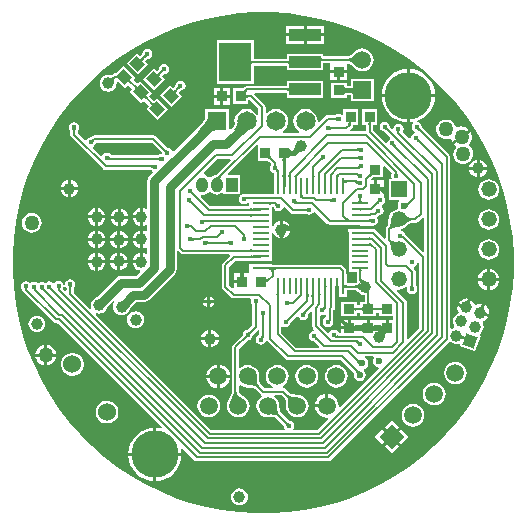
<source format=gtl>
G04*
G04 #@! TF.GenerationSoftware,Altium Limited,Altium Designer,20.0.7 (75)*
G04*
G04 Layer_Physical_Order=1*
G04 Layer_Color=255*
%FSLAX44Y44*%
%MOMM*%
G71*
G01*
G75*
%ADD14C,0.2000*%
%ADD19R,0.9652X0.8636*%
%ADD20R,0.8636X0.9652*%
%ADD21R,2.7000X1.0000*%
%ADD22R,2.7000X3.3000*%
G04:AMPARAMS|DCode=23|XSize=0.8636mm|YSize=0.9652mm|CornerRadius=0mm|HoleSize=0mm|Usage=FLASHONLY|Rotation=225.000|XOffset=0mm|YOffset=0mm|HoleType=Round|Shape=Rectangle|*
%AMROTATEDRECTD23*
4,1,4,-0.0359,0.6466,0.6466,-0.0359,0.0359,-0.6466,-0.6466,0.0359,-0.0359,0.6466,0.0*
%
%ADD23ROTATEDRECTD23*%

%ADD24R,1.4732X0.2794*%
%ADD25R,0.2794X1.4732*%
%ADD43C,1.5240*%
%ADD49C,0.2290*%
%ADD50C,0.2300*%
%ADD51C,0.8000*%
%ADD52C,0.4000*%
%ADD53C,0.6000*%
%ADD54C,0.2400*%
%ADD55C,0.2790*%
%ADD56R,1.0000X1.2700*%
%ADD57O,1.0000X1.2700*%
%ADD58C,1.5000*%
%ADD59R,1.5000X1.5000*%
%ADD60R,1.6500X1.6500*%
%ADD61C,1.6500*%
%ADD62P,1.4142X4X385.0*%
%ADD63C,1.0000*%
%ADD64R,1.3208X1.3208*%
%ADD65C,1.3208*%
%ADD66C,4.0000*%
%ADD67P,2.1213X4X90.0*%
%ADD68C,1.2700*%
%ADD69C,0.4500*%
%ADD70C,0.6000*%
G36*
X20804Y211224D02*
X34574Y209411D01*
X48196Y206701D01*
X61612Y203106D01*
X74763Y198642D01*
X87595Y193327D01*
X100052Y187184D01*
X112080Y180240D01*
X123628Y172523D01*
X134647Y164068D01*
X145090Y154910D01*
X154910Y145090D01*
X164068Y134647D01*
X172523Y123628D01*
X180240Y112080D01*
X187184Y100052D01*
X193327Y87595D01*
X198642Y74763D01*
X203106Y61612D01*
X206701Y48196D01*
X209411Y34574D01*
X211224Y20804D01*
X212132Y6945D01*
Y-0D01*
Y-6945D01*
X211224Y-20804D01*
X209411Y-34574D01*
X206701Y-48196D01*
X203106Y-61612D01*
X198642Y-74764D01*
X193327Y-87595D01*
X187184Y-100052D01*
X180240Y-112080D01*
X172523Y-123628D01*
X164068Y-134647D01*
X154910Y-145090D01*
X145090Y-154910D01*
X134647Y-164068D01*
X123628Y-172523D01*
X112080Y-180240D01*
X100052Y-187184D01*
X87595Y-193327D01*
X74763Y-198642D01*
X61612Y-203106D01*
X48196Y-206701D01*
X34574Y-209411D01*
X20804Y-211224D01*
X6945Y-212132D01*
X-6945D01*
X-20804Y-211224D01*
X-34574Y-209411D01*
X-48196Y-206701D01*
X-61612Y-203106D01*
X-74764Y-198642D01*
X-87595Y-193327D01*
X-100052Y-187184D01*
X-112080Y-180240D01*
X-123628Y-172523D01*
X-134647Y-164068D01*
X-145090Y-154910D01*
X-154910Y-145090D01*
X-164068Y-134647D01*
X-172523Y-123628D01*
X-180240Y-112080D01*
X-187184Y-100052D01*
X-193327Y-87595D01*
X-198642Y-74764D01*
X-203106Y-61612D01*
X-206701Y-48196D01*
X-209411Y-34574D01*
X-211224Y-20804D01*
X-212132Y-6945D01*
Y0D01*
Y6945D01*
X-211224Y20804D01*
X-209411Y34574D01*
X-206701Y48196D01*
X-203106Y61612D01*
X-198642Y74763D01*
X-193327Y87595D01*
X-187184Y100052D01*
X-180240Y112080D01*
X-172523Y123628D01*
X-164068Y134647D01*
X-154910Y145090D01*
X-145090Y154910D01*
X-134647Y164068D01*
X-123628Y172523D01*
X-112080Y180240D01*
X-100052Y187184D01*
X-87595Y193327D01*
X-74764Y198642D01*
X-61612Y203106D01*
X-48196Y206701D01*
X-34574Y209411D01*
X-20804Y211224D01*
X-6945Y212132D01*
X6945D01*
X20804Y211224D01*
D02*
G37*
%LPC*%
G36*
X51540Y200540D02*
X36770D01*
Y194270D01*
X51540D01*
Y200540D01*
D02*
G37*
G36*
X34230D02*
X19460D01*
Y194270D01*
X34230D01*
Y200540D01*
D02*
G37*
G36*
X51540Y191730D02*
X36770D01*
Y185460D01*
X51540D01*
Y191730D01*
D02*
G37*
G36*
X34230D02*
X19460D01*
Y185460D01*
X34230D01*
Y191730D01*
D02*
G37*
G36*
X-98000Y181333D02*
X-99658Y181003D01*
X-101064Y180064D01*
X-102003Y178658D01*
X-102333Y177000D01*
X-102332Y176996D01*
X-102339Y176986D01*
X-104038Y175288D01*
X-106702Y177952D01*
X-115637Y169017D01*
X-105983Y159363D01*
X-97048Y168298D01*
X-99712Y170962D01*
X-98013Y172661D01*
X-98004Y172668D01*
X-98000Y172667D01*
X-96342Y172997D01*
X-94936Y173936D01*
X-93997Y175342D01*
X-93667Y177000D01*
X-93997Y178658D01*
X-94936Y180064D01*
X-96342Y181003D01*
X-98000Y181333D01*
D02*
G37*
G36*
X-8000Y188500D02*
X-39000D01*
Y151500D01*
X-8000D01*
Y166942D01*
X20000D01*
Y163000D01*
X51000D01*
Y168941D01*
X55398D01*
X56634Y168859D01*
X56634Y167671D01*
Y163271D01*
X64000D01*
X71366D01*
Y168057D01*
X71559Y168251D01*
X72143Y168636D01*
X72636Y168827D01*
X72863Y168743D01*
X73302Y168527D01*
X73812Y168222D01*
X74385Y167826D01*
X74997Y167350D01*
X76432Y166071D01*
X77029Y165479D01*
X77225Y165225D01*
X79209Y163702D01*
X81520Y162745D01*
X84000Y162418D01*
X86480Y162745D01*
X88791Y163702D01*
X90775Y165225D01*
X92298Y167209D01*
X93256Y169520D01*
X93582Y172000D01*
X93256Y174480D01*
X92298Y176791D01*
X90775Y178776D01*
X88791Y180298D01*
X86480Y181255D01*
X84000Y181582D01*
X81520Y181255D01*
X79209Y180298D01*
X77225Y178776D01*
X77029Y178521D01*
X76432Y177929D01*
X74997Y176650D01*
X74385Y176174D01*
X73812Y175778D01*
X73302Y175473D01*
X72863Y175257D01*
X72507Y175124D01*
X72242Y175061D01*
X72211Y175059D01*
X51000D01*
Y177000D01*
X20000D01*
Y173059D01*
X-8000D01*
Y188500D01*
D02*
G37*
G36*
X-84000Y168333D02*
X-85658Y168003D01*
X-87064Y167064D01*
X-88003Y165658D01*
X-88333Y164000D01*
X-88332Y163996D01*
X-88339Y163986D01*
X-90038Y162288D01*
X-92702Y164952D01*
X-101637Y156017D01*
X-91983Y146363D01*
X-83048Y155298D01*
X-85712Y157962D01*
X-84013Y159661D01*
X-84004Y159668D01*
X-84000Y159667D01*
X-82342Y159997D01*
X-80936Y160936D01*
X-79997Y162342D01*
X-79667Y164000D01*
X-79997Y165658D01*
X-80936Y167064D01*
X-82342Y168003D01*
X-84000Y168333D01*
D02*
G37*
G36*
X-118017Y166637D02*
X-124210Y160444D01*
X-124781Y160401D01*
X-125657D01*
X-126827Y160169D01*
X-127820Y159506D01*
X-127820Y159506D01*
X-127999Y159326D01*
X-128116Y159240D01*
X-128274Y159146D01*
X-128443Y159069D01*
X-128628Y159007D01*
X-128836Y158959D01*
X-129072Y158928D01*
X-129339Y158916D01*
X-129639Y158927D01*
X-130043Y158973D01*
X-130158Y158963D01*
X-130271Y158986D01*
X-130335Y158973D01*
X-131000Y159060D01*
X-132827Y158820D01*
X-134530Y158114D01*
X-135992Y156992D01*
X-137114Y155530D01*
X-137819Y153827D01*
X-138060Y152000D01*
X-137819Y150172D01*
X-137114Y148469D01*
X-135992Y147007D01*
X-134530Y145885D01*
X-132827Y145180D01*
X-131000Y144939D01*
X-129172Y145180D01*
X-127470Y145885D01*
X-126007Y147007D01*
X-124885Y148469D01*
X-124180Y150172D01*
X-123939Y152000D01*
X-124027Y152664D01*
X-124014Y152729D01*
X-124028Y152801D01*
X-123076Y153517D01*
X-122809Y153559D01*
X-117298Y148048D01*
X-114494Y150853D01*
X-110647Y147006D01*
X-112952Y144701D01*
X-103299Y135048D01*
X-100994Y137353D01*
X-96647Y133006D01*
X-98952Y130701D01*
X-89298Y121048D01*
X-80364Y129983D01*
X-90017Y139636D01*
X-92322Y137332D01*
X-96668Y141678D01*
X-94363Y143983D01*
X-104017Y153636D01*
X-106321Y151332D01*
X-110168Y155179D01*
X-108363Y156983D01*
X-118017Y166637D01*
D02*
G37*
G36*
X71366Y160731D02*
X65270D01*
Y155143D01*
X71366D01*
Y160731D01*
D02*
G37*
G36*
X62730D02*
X56634D01*
Y155143D01*
X62730D01*
Y160731D01*
D02*
G37*
G36*
X93500Y156100D02*
X74500D01*
Y150272D01*
X74461Y150256D01*
X74156Y150175D01*
X73726Y150104D01*
X73426Y150077D01*
X71900D01*
X71600Y150104D01*
X71171Y150175D01*
X70865Y150256D01*
X70826Y150272D01*
Y152317D01*
X57174D01*
Y139681D01*
X70826D01*
Y141726D01*
X70865Y141742D01*
X71171Y141823D01*
X71600Y141894D01*
X71900Y141921D01*
X73426D01*
X73726Y141894D01*
X74156Y141823D01*
X74461Y141742D01*
X74500Y141726D01*
Y137100D01*
X93500D01*
Y156100D01*
D02*
G37*
G36*
X-70000Y154333D02*
X-71658Y154003D01*
X-73064Y153064D01*
X-74003Y151658D01*
X-74333Y150000D01*
X-74332Y149996D01*
X-74339Y149986D01*
X-76038Y148288D01*
X-78702Y150952D01*
X-87637Y142017D01*
X-77983Y132363D01*
X-69048Y141298D01*
X-71712Y143962D01*
X-70014Y145661D01*
X-70004Y145668D01*
X-70000Y145667D01*
X-68342Y145997D01*
X-66936Y146936D01*
X-65997Y148342D01*
X-65667Y150000D01*
X-65997Y151658D01*
X-66936Y153064D01*
X-68342Y154003D01*
X-70000Y154333D01*
D02*
G37*
G36*
X124270Y164224D02*
Y142970D01*
X145524D01*
X145214Y146119D01*
X143925Y150367D01*
X141832Y154283D01*
X139015Y157715D01*
X135583Y160532D01*
X131667Y162625D01*
X127419Y163914D01*
X124270Y164224D01*
D02*
G37*
G36*
X121730D02*
X118581Y163914D01*
X114333Y162625D01*
X110417Y160532D01*
X106985Y157715D01*
X104168Y154283D01*
X102075Y150367D01*
X100786Y146119D01*
X100476Y142970D01*
X121730D01*
Y164224D01*
D02*
G37*
G36*
X-28143Y148366D02*
X-33731D01*
Y142270D01*
X-28143D01*
Y148366D01*
D02*
G37*
G36*
X-36271D02*
X-41859D01*
Y142270D01*
X-36271D01*
Y148366D01*
D02*
G37*
G36*
X51000Y154000D02*
X20000D01*
Y150059D01*
X-13507D01*
X-14677Y149826D01*
X-15670Y149163D01*
X-15670Y149163D01*
X-16633Y148200D01*
X-17032Y147848D01*
X-17061Y147826D01*
X-25317D01*
Y134174D01*
X-12681D01*
Y137941D01*
X-11267D01*
X-4059Y130733D01*
Y125968D01*
X-5329Y125537D01*
X-6690Y127311D01*
X-8831Y128954D01*
X-11324Y129986D01*
X-14000Y130339D01*
X-16676Y129986D01*
X-19169Y128954D01*
X-21310Y127311D01*
X-22953Y125169D01*
X-23986Y122676D01*
X-24339Y120000D01*
X-24129Y118411D01*
X-24141Y118283D01*
X-24101Y117922D01*
X-24109Y117684D01*
X-24157Y117407D01*
X-24254Y117082D01*
X-24412Y116709D01*
X-24639Y116289D01*
X-24940Y115826D01*
X-25294Y115357D01*
X-27577Y113075D01*
X-28750Y113561D01*
Y130250D01*
X-49250D01*
Y122218D01*
X-49298Y122094D01*
X-49913Y120949D01*
X-50780Y119636D01*
X-54881Y114770D01*
X-75584Y94067D01*
X-76962Y94485D01*
X-76997Y94658D01*
X-77936Y96064D01*
X-79342Y97003D01*
X-81000Y97333D01*
X-81004Y97332D01*
X-81014Y97339D01*
X-90837Y107163D01*
X-91830Y107826D01*
X-93000Y108059D01*
X-93000Y108059D01*
X-143000D01*
X-144170Y107826D01*
X-145163Y107163D01*
X-145163Y107163D01*
X-145986Y106339D01*
X-145996Y106332D01*
X-146000Y106333D01*
X-147658Y106003D01*
X-149064Y105064D01*
X-149586Y104283D01*
X-151126Y104027D01*
X-156941Y109843D01*
Y111792D01*
X-156940Y111804D01*
X-156936Y111806D01*
X-155997Y113212D01*
X-155667Y114870D01*
X-155997Y116528D01*
X-156936Y117934D01*
X-158342Y118874D01*
X-160000Y119203D01*
X-161658Y118874D01*
X-163064Y117934D01*
X-164003Y116528D01*
X-164333Y114870D01*
X-164003Y113212D01*
X-163064Y111806D01*
X-163060Y111804D01*
X-163059Y111792D01*
Y108576D01*
X-163059Y108575D01*
X-162826Y107405D01*
X-162163Y106413D01*
X-135337Y79587D01*
X-135337Y79587D01*
X-134345Y78924D01*
X-133174Y78691D01*
X-94693D01*
X-94439Y78311D01*
X-93658Y77789D01*
X-93403Y76249D01*
X-96326Y73326D01*
X-97652Y71341D01*
X-98118Y69000D01*
Y46166D01*
X-99388Y45665D01*
X-101032Y46346D01*
X-101730Y46438D01*
Y39000D01*
Y31562D01*
X-101032Y31654D01*
X-99388Y32335D01*
X-98118Y31834D01*
Y27166D01*
X-99388Y26665D01*
X-101032Y27346D01*
X-101730Y27438D01*
Y20000D01*
Y12562D01*
X-101032Y12654D01*
X-99388Y13335D01*
X-98118Y12834D01*
Y8166D01*
X-99388Y7665D01*
X-101032Y8346D01*
X-101730Y8438D01*
Y1000D01*
X-103000D01*
Y-270D01*
X-110438D01*
X-110346Y-968D01*
X-109586Y-2803D01*
X-108378Y-4378D01*
X-106803Y-5586D01*
X-104968Y-6346D01*
X-104573Y-6398D01*
X-104118Y-7739D01*
X-107262Y-10883D01*
X-120000D01*
X-122341Y-11348D01*
X-124326Y-12674D01*
X-140835Y-29183D01*
X-142530Y-29885D01*
X-143992Y-31008D01*
X-145114Y-32470D01*
X-145820Y-34173D01*
X-146060Y-36000D01*
X-145820Y-37827D01*
X-145727Y-38051D01*
X-146804Y-38770D01*
X-160241Y-25333D01*
Y-21178D01*
X-160240Y-21167D01*
X-160236Y-21164D01*
X-159297Y-19758D01*
X-158967Y-18100D01*
X-159297Y-16442D01*
X-160236Y-15036D01*
X-161642Y-14097D01*
X-163300Y-13767D01*
X-164958Y-14097D01*
X-166364Y-15036D01*
X-167303Y-16442D01*
X-167633Y-18100D01*
X-167303Y-19758D01*
X-166364Y-21164D01*
X-166360Y-21167D01*
X-166359Y-21178D01*
Y-23213D01*
X-167532Y-23699D01*
X-169516Y-21715D01*
X-169197Y-21237D01*
X-168867Y-19578D01*
X-169197Y-17920D01*
X-170136Y-16514D01*
X-171542Y-15575D01*
X-173200Y-15245D01*
X-174858Y-15575D01*
X-176264Y-16514D01*
X-176556Y-16951D01*
X-177826D01*
X-177836Y-16936D01*
X-179241Y-15997D01*
X-180900Y-15667D01*
X-182558Y-15997D01*
X-183964Y-16936D01*
X-185304Y-16656D01*
X-185841Y-16297D01*
X-187500Y-15967D01*
X-189158Y-16297D01*
X-189672Y-16640D01*
X-190936Y-17036D01*
X-192341Y-16097D01*
X-194000Y-15767D01*
X-195658Y-16097D01*
X-197064Y-17036D01*
X-198235Y-16503D01*
X-199142Y-15897D01*
X-200800Y-15567D01*
X-202458Y-15897D01*
X-203864Y-16836D01*
X-204803Y-18242D01*
X-205133Y-19900D01*
X-204803Y-21558D01*
X-203864Y-22964D01*
X-203218Y-23396D01*
X-203148Y-23749D01*
X-202485Y-24741D01*
X-177213Y-50013D01*
X-176221Y-50676D01*
X-175050Y-50909D01*
X-174117D01*
X-85912Y-139114D01*
X-86564Y-140204D01*
X-87281Y-139986D01*
X-90430Y-139676D01*
Y-160930D01*
X-69176D01*
X-69486Y-157781D01*
X-69704Y-157064D01*
X-68614Y-156412D01*
X-58307Y-166719D01*
X-57315Y-167382D01*
X-56144Y-167615D01*
X-56144Y-167615D01*
X55385D01*
X55385Y-167615D01*
X56556Y-167382D01*
X57548Y-166719D01*
X157541Y-66725D01*
X158559Y-66603D01*
X159329Y-67308D01*
X160964Y-68159D01*
X162763Y-68558D01*
X164605Y-68478D01*
X165686Y-68137D01*
X166665Y-69159D01*
X166341Y-70052D01*
X179496Y-74840D01*
X184285Y-61684D01*
X183392Y-61360D01*
X183238Y-59952D01*
X184195Y-59343D01*
X185440Y-57984D01*
X186291Y-56349D01*
X186690Y-54549D01*
X186609Y-52708D01*
X186055Y-50950D01*
X185864Y-50650D01*
X186411Y-49146D01*
X187214Y-48892D01*
X188888Y-47826D01*
X190230Y-46362D01*
X190555Y-45737D01*
X183566Y-43193D01*
X184000Y-42000D01*
X182807Y-41566D01*
X185350Y-34576D01*
X184663Y-34424D01*
X182679Y-34511D01*
X180786Y-35108D01*
X180319Y-35405D01*
X179125Y-34971D01*
X178958Y-34442D01*
X177892Y-32768D01*
X176428Y-31427D01*
X175803Y-31101D01*
X173259Y-38091D01*
X172066Y-37656D01*
X171632Y-38850D01*
X164642Y-36306D01*
X164490Y-36994D01*
X164576Y-38977D01*
X165173Y-40870D01*
X165626Y-41580D01*
X165078Y-43085D01*
X164738Y-43192D01*
X163184Y-44182D01*
X161939Y-45541D01*
X161088Y-47176D01*
X160689Y-48975D01*
X160769Y-50816D01*
X161323Y-52574D01*
X161827Y-53365D01*
X161289Y-54844D01*
X160395Y-55126D01*
X159707Y-55564D01*
X158437Y-54867D01*
Y89621D01*
X158437Y89621D01*
X158204Y90792D01*
X157541Y91784D01*
X134339Y114986D01*
X134332Y114996D01*
X134333Y115000D01*
X134003Y116658D01*
X133064Y118064D01*
X131658Y119003D01*
X130779Y119178D01*
X130715Y120486D01*
X131667Y120775D01*
X135583Y122868D01*
X139015Y125685D01*
X141832Y129117D01*
X143925Y133033D01*
X145214Y137281D01*
X145524Y140430D01*
X124270D01*
Y119176D01*
X126668Y119412D01*
X127109Y118180D01*
X126936Y118064D01*
X125997Y116658D01*
X125667Y115000D01*
X125997Y113342D01*
X126936Y111936D01*
X128340Y110997D01*
X128342Y110991D01*
X128339Y109702D01*
X127842Y109603D01*
X126436Y108664D01*
X125497Y107258D01*
X125226Y105896D01*
X124380Y105470D01*
X123930Y105396D01*
X118195Y111131D01*
X118603Y111742D01*
X118933Y113400D01*
X118603Y115058D01*
X117664Y116464D01*
X116258Y117403D01*
X114600Y117733D01*
X112942Y117403D01*
X111536Y116464D01*
X110597Y115058D01*
X110392Y114030D01*
X109032Y113594D01*
X107339Y115287D01*
X107332Y115296D01*
X107333Y115300D01*
X107003Y116958D01*
X106064Y118364D01*
X104658Y119303D01*
X103000Y119633D01*
X101342Y119303D01*
X99936Y118364D01*
X98997Y116958D01*
X98667Y115300D01*
X98997Y113642D01*
X99936Y112236D01*
X101342Y111297D01*
X103000Y110967D01*
X103004Y110968D01*
X103013Y110961D01*
X107435Y106539D01*
X107162Y105016D01*
X106336Y104464D01*
X105397Y103058D01*
X105225Y102197D01*
X103847Y101779D01*
X93160Y112466D01*
Y116674D01*
X96419D01*
Y130326D01*
X83783D01*
Y116674D01*
X87042D01*
Y111663D01*
X86732Y111408D01*
X86732Y111408D01*
X74130D01*
X73604Y112678D01*
X75363Y114437D01*
X75363Y114437D01*
X76026Y115429D01*
X76259Y116600D01*
X77470Y116674D01*
X80417D01*
Y130326D01*
X67781D01*
Y126103D01*
X66511Y125434D01*
X65658Y126003D01*
X64000Y126333D01*
X62342Y126003D01*
X60936Y125064D01*
X60933Y125060D01*
X60922Y125059D01*
X55000D01*
X55000Y125059D01*
X53829Y124826D01*
X52837Y124163D01*
X52837Y124163D01*
X47459Y118785D01*
X46256Y119378D01*
X46338Y120000D01*
X45986Y122676D01*
X44953Y125169D01*
X43310Y127311D01*
X41169Y128954D01*
X38676Y129986D01*
X36000Y130339D01*
X33324Y129986D01*
X30831Y128954D01*
X28690Y127311D01*
X27047Y125169D01*
X26014Y122676D01*
X25661Y120000D01*
X26014Y117325D01*
X27047Y114831D01*
X28690Y112690D01*
X30464Y111329D01*
X30032Y110059D01*
X16968D01*
X16536Y111329D01*
X18310Y112690D01*
X19953Y114831D01*
X20986Y117325D01*
X21338Y120000D01*
X20986Y122676D01*
X19953Y125169D01*
X18310Y127311D01*
X16169Y128954D01*
X13676Y129986D01*
X11000Y130339D01*
X8324Y129986D01*
X5831Y128954D01*
X3690Y127311D01*
X3261Y126753D01*
X2059Y127161D01*
Y132000D01*
X2059Y132000D01*
X1826Y133170D01*
X1163Y134163D01*
X1163Y134163D01*
X-7346Y142671D01*
X-6820Y143941D01*
X20000D01*
Y140000D01*
X51000D01*
Y154000D01*
D02*
G37*
G36*
X-28143Y139730D02*
X-33731D01*
Y133634D01*
X-28143D01*
Y139730D01*
D02*
G37*
G36*
X-36271D02*
X-41859D01*
Y133634D01*
X-36271D01*
Y139730D01*
D02*
G37*
G36*
X121730Y140430D02*
X100476D01*
X100786Y137281D01*
X102075Y133033D01*
X104168Y129117D01*
X106985Y125685D01*
X110417Y122868D01*
X114333Y120775D01*
X118581Y119486D01*
X121730Y119176D01*
Y140430D01*
D02*
G37*
G36*
X154266Y121390D02*
X152120Y120914D01*
X150169Y119899D01*
X148548Y118414D01*
X147367Y116559D01*
X146706Y114462D01*
X146610Y112266D01*
X147086Y110119D01*
X148101Y108169D01*
X149586Y106548D01*
X151441Y105367D01*
X153538Y104706D01*
X155734Y104610D01*
X157880Y105086D01*
X158184Y105244D01*
X159335Y104707D01*
X159593Y103545D01*
X160082Y102605D01*
X167290Y107652D01*
X174498Y112699D01*
X173782Y113481D01*
X171808Y114738D01*
X169576Y115442D01*
X167237Y115544D01*
X164952Y115038D01*
X164218Y114656D01*
X163067Y115192D01*
X162914Y115880D01*
X161899Y117831D01*
X160414Y119452D01*
X158559Y120633D01*
X156462Y121294D01*
X154266Y121390D01*
D02*
G37*
G36*
X175955Y110619D02*
X168747Y105571D01*
X161539Y100524D01*
X162255Y99743D01*
X163259Y99103D01*
X163369Y97838D01*
X163117Y97607D01*
X161936Y95753D01*
X161275Y93656D01*
X161179Y91460D01*
X161655Y89313D01*
X162670Y87363D01*
X164155Y85742D01*
X166010Y84561D01*
X168106Y83899D01*
X170303Y83804D01*
X172449Y84279D01*
X174400Y85295D01*
X176021Y86780D01*
X177202Y88634D01*
X177863Y90731D01*
X177959Y92928D01*
X177483Y95074D01*
X176468Y97024D01*
X174982Y98645D01*
X174388Y99024D01*
X174277Y100289D01*
X174887Y100848D01*
X176145Y102822D01*
X176849Y105055D01*
X176951Y107393D01*
X176444Y109679D01*
X175955Y110619D01*
D02*
G37*
G36*
X183270Y87438D02*
Y81270D01*
X189438D01*
X189346Y81968D01*
X188586Y83802D01*
X187378Y85378D01*
X185802Y86586D01*
X183968Y87346D01*
X183270Y87438D01*
D02*
G37*
G36*
X180730D02*
X180032Y87346D01*
X178197Y86586D01*
X176622Y85378D01*
X175414Y83802D01*
X174654Y81968D01*
X174562Y81270D01*
X180730D01*
Y87438D01*
D02*
G37*
G36*
X189438Y78730D02*
X183270D01*
Y72562D01*
X183968Y72654D01*
X185802Y73414D01*
X187378Y74622D01*
X188586Y76198D01*
X189346Y78032D01*
X189438Y78730D01*
D02*
G37*
G36*
X180730D02*
X174562D01*
X174654Y78032D01*
X175414Y76198D01*
X176622Y74622D01*
X178197Y73414D01*
X180032Y72654D01*
X180730Y72562D01*
Y78730D01*
D02*
G37*
G36*
X-162730Y70438D02*
Y64270D01*
X-156562D01*
X-156654Y64968D01*
X-157414Y66803D01*
X-158622Y68378D01*
X-160198Y69586D01*
X-162032Y70346D01*
X-162730Y70438D01*
D02*
G37*
G36*
X-165270D02*
X-165968Y70346D01*
X-167803Y69586D01*
X-169378Y68378D01*
X-170586Y66803D01*
X-171346Y64968D01*
X-171438Y64270D01*
X-165270D01*
Y70438D01*
D02*
G37*
G36*
X-156562Y61730D02*
X-162730D01*
Y55562D01*
X-162032Y55654D01*
X-160198Y56414D01*
X-158622Y57622D01*
X-157414Y59198D01*
X-156654Y61032D01*
X-156562Y61730D01*
D02*
G37*
G36*
X-165270D02*
X-171438D01*
X-171346Y61032D01*
X-170586Y59198D01*
X-169378Y57622D01*
X-167803Y56414D01*
X-165968Y55654D01*
X-165270Y55562D01*
Y61730D01*
D02*
G37*
G36*
X191000Y70878D02*
X188754Y70583D01*
X186661Y69716D01*
X184863Y68337D01*
X183484Y66539D01*
X182617Y64446D01*
X182322Y62200D01*
X182617Y59954D01*
X183484Y57861D01*
X184863Y56064D01*
X186661Y54685D01*
X188754Y53818D01*
X191000Y53522D01*
X193246Y53818D01*
X195339Y54685D01*
X197136Y56064D01*
X198515Y57861D01*
X199382Y59954D01*
X199678Y62200D01*
X199382Y64446D01*
X198515Y66539D01*
X197136Y68337D01*
X195339Y69716D01*
X193246Y70583D01*
X191000Y70878D01*
D02*
G37*
G36*
X-104270Y46438D02*
X-104968Y46346D01*
X-106803Y45586D01*
X-108378Y44378D01*
X-109586Y42803D01*
X-110346Y40968D01*
X-110438Y40270D01*
X-104270D01*
Y46438D01*
D02*
G37*
G36*
X-139730D02*
Y40270D01*
X-133562D01*
X-133654Y40968D01*
X-134414Y42803D01*
X-135622Y44378D01*
X-137198Y45586D01*
X-139032Y46346D01*
X-139730Y46438D01*
D02*
G37*
G36*
X-142270D02*
X-142968Y46346D01*
X-144803Y45586D01*
X-146378Y44378D01*
X-147586Y42803D01*
X-148346Y40968D01*
X-148438Y40270D01*
X-142270D01*
Y46438D01*
D02*
G37*
G36*
X-120430Y45938D02*
Y39770D01*
X-114262D01*
X-114354Y40468D01*
X-115114Y42302D01*
X-116322Y43878D01*
X-117898Y45086D01*
X-119732Y45846D01*
X-120430Y45938D01*
D02*
G37*
G36*
X-122970D02*
X-123668Y45846D01*
X-125503Y45086D01*
X-127078Y43878D01*
X-128286Y42302D01*
X-129046Y40468D01*
X-129138Y39770D01*
X-122970D01*
Y45938D01*
D02*
G37*
G36*
X-104270Y37730D02*
X-110438D01*
X-110346Y37032D01*
X-109586Y35198D01*
X-108378Y33622D01*
X-106803Y32414D01*
X-104968Y31654D01*
X-104270Y31562D01*
Y37730D01*
D02*
G37*
G36*
X-133562D02*
X-139730D01*
Y31562D01*
X-139032Y31654D01*
X-137198Y32414D01*
X-135622Y33622D01*
X-134414Y35198D01*
X-133654Y37032D01*
X-133562Y37730D01*
D02*
G37*
G36*
X-142270D02*
X-148438D01*
X-148346Y37032D01*
X-147586Y35198D01*
X-146378Y33622D01*
X-144803Y32414D01*
X-142968Y31654D01*
X-142270Y31562D01*
Y37730D01*
D02*
G37*
G36*
X-114262Y37230D02*
X-120430D01*
Y31062D01*
X-119732Y31154D01*
X-117898Y31914D01*
X-116322Y33122D01*
X-115114Y34697D01*
X-114354Y36532D01*
X-114262Y37230D01*
D02*
G37*
G36*
X-122970D02*
X-129138D01*
X-129046Y36532D01*
X-128286Y34697D01*
X-127078Y33122D01*
X-125503Y31914D01*
X-123668Y31154D01*
X-122970Y31062D01*
Y37230D01*
D02*
G37*
G36*
X191000Y45478D02*
X188754Y45183D01*
X186661Y44316D01*
X184863Y42937D01*
X183484Y41139D01*
X182617Y39046D01*
X182322Y36800D01*
X182617Y34554D01*
X183484Y32461D01*
X184863Y30664D01*
X186661Y29285D01*
X188754Y28418D01*
X191000Y28122D01*
X193246Y28418D01*
X195339Y29285D01*
X197136Y30664D01*
X198515Y32461D01*
X199382Y34554D01*
X199678Y36800D01*
X199382Y39046D01*
X198515Y41139D01*
X197136Y42937D01*
X195339Y44316D01*
X193246Y45183D01*
X191000Y45478D01*
D02*
G37*
G36*
X-196000Y42422D02*
X-198180Y42135D01*
X-200211Y41294D01*
X-201955Y39955D01*
X-203294Y38211D01*
X-204135Y36180D01*
X-204422Y34000D01*
X-204135Y31820D01*
X-203294Y29789D01*
X-201955Y28045D01*
X-200211Y26706D01*
X-198180Y25865D01*
X-196000Y25578D01*
X-193820Y25865D01*
X-191789Y26706D01*
X-190045Y28045D01*
X-188706Y29789D01*
X-187865Y31820D01*
X-187578Y34000D01*
X-187865Y36180D01*
X-188706Y38211D01*
X-190045Y39955D01*
X-191789Y41294D01*
X-193820Y42135D01*
X-196000Y42422D01*
D02*
G37*
G36*
X-104270Y27438D02*
X-104968Y27346D01*
X-106803Y26586D01*
X-108378Y25378D01*
X-109586Y23802D01*
X-110346Y21968D01*
X-110438Y21270D01*
X-104270D01*
Y27438D01*
D02*
G37*
G36*
X-139730D02*
Y21270D01*
X-133562D01*
X-133654Y21968D01*
X-134414Y23802D01*
X-135622Y25378D01*
X-137198Y26586D01*
X-139032Y27346D01*
X-139730Y27438D01*
D02*
G37*
G36*
X-142270D02*
X-142968Y27346D01*
X-144803Y26586D01*
X-146378Y25378D01*
X-147586Y23802D01*
X-148346Y21968D01*
X-148438Y21270D01*
X-142270D01*
Y27438D01*
D02*
G37*
G36*
X-120830Y27238D02*
Y21070D01*
X-114662D01*
X-114754Y21768D01*
X-115514Y23602D01*
X-116722Y25178D01*
X-118298Y26386D01*
X-120132Y27146D01*
X-120830Y27238D01*
D02*
G37*
G36*
X-123370D02*
X-124068Y27146D01*
X-125903Y26386D01*
X-127478Y25178D01*
X-128686Y23602D01*
X-129446Y21768D01*
X-129538Y21070D01*
X-123370D01*
Y27238D01*
D02*
G37*
G36*
X-104270Y18730D02*
X-110438D01*
X-110346Y18032D01*
X-109586Y16198D01*
X-108378Y14622D01*
X-106803Y13414D01*
X-104968Y12654D01*
X-104270Y12562D01*
Y18730D01*
D02*
G37*
G36*
X-133562D02*
X-139730D01*
Y12562D01*
X-139032Y12654D01*
X-137198Y13414D01*
X-135622Y14622D01*
X-134414Y16198D01*
X-133654Y18032D01*
X-133562Y18730D01*
D02*
G37*
G36*
X-142270D02*
X-148438D01*
X-148346Y18032D01*
X-147586Y16198D01*
X-146378Y14622D01*
X-144803Y13414D01*
X-142968Y12654D01*
X-142270Y12562D01*
Y18730D01*
D02*
G37*
G36*
X-114662Y18530D02*
X-120830D01*
Y12362D01*
X-120132Y12454D01*
X-118298Y13214D01*
X-116722Y14422D01*
X-115514Y15998D01*
X-114754Y17832D01*
X-114662Y18530D01*
D02*
G37*
G36*
X-123370D02*
X-129538D01*
X-129446Y17832D01*
X-128686Y15998D01*
X-127478Y14422D01*
X-125903Y13214D01*
X-124068Y12454D01*
X-123370Y12362D01*
Y18530D01*
D02*
G37*
G36*
X191000Y20078D02*
X188754Y19783D01*
X186661Y18916D01*
X184863Y17536D01*
X183484Y15739D01*
X182617Y13646D01*
X182322Y11400D01*
X182617Y9154D01*
X183484Y7061D01*
X184863Y5264D01*
X186661Y3884D01*
X188754Y3018D01*
X191000Y2722D01*
X193246Y3018D01*
X195339Y3884D01*
X197136Y5264D01*
X198515Y7061D01*
X199382Y9154D01*
X199678Y11400D01*
X199382Y13646D01*
X198515Y15739D01*
X197136Y17536D01*
X195339Y18916D01*
X193246Y19783D01*
X191000Y20078D01*
D02*
G37*
G36*
X-120930Y8638D02*
Y2470D01*
X-114762D01*
X-114854Y3168D01*
X-115614Y5002D01*
X-116822Y6578D01*
X-118398Y7786D01*
X-120232Y8546D01*
X-120930Y8638D01*
D02*
G37*
G36*
X-123470D02*
X-124168Y8546D01*
X-126003Y7786D01*
X-127578Y6578D01*
X-128786Y5002D01*
X-129546Y3168D01*
X-129638Y2470D01*
X-123470D01*
Y8638D01*
D02*
G37*
G36*
X-104270Y8438D02*
X-104968Y8346D01*
X-106803Y7586D01*
X-108378Y6378D01*
X-109586Y4803D01*
X-110346Y2968D01*
X-110438Y2270D01*
X-104270D01*
Y8438D01*
D02*
G37*
G36*
X-139730D02*
Y2270D01*
X-133562D01*
X-133654Y2968D01*
X-134414Y4803D01*
X-135622Y6378D01*
X-137198Y7586D01*
X-139032Y8346D01*
X-139730Y8438D01*
D02*
G37*
G36*
X-142270D02*
X-142968Y8346D01*
X-144803Y7586D01*
X-146378Y6378D01*
X-147586Y4803D01*
X-148346Y2968D01*
X-148438Y2270D01*
X-142270D01*
Y8438D01*
D02*
G37*
G36*
X-114762Y-70D02*
X-120930D01*
Y-6238D01*
X-120232Y-6146D01*
X-118398Y-5386D01*
X-116822Y-4178D01*
X-115614Y-2603D01*
X-114854Y-768D01*
X-114762Y-70D01*
D02*
G37*
G36*
X-123470D02*
X-129638D01*
X-129546Y-768D01*
X-128786Y-2603D01*
X-127578Y-4178D01*
X-126003Y-5386D01*
X-124168Y-6146D01*
X-123470Y-6238D01*
Y-70D01*
D02*
G37*
G36*
X-133562Y-270D02*
X-139730D01*
Y-6438D01*
X-139032Y-6346D01*
X-137198Y-5586D01*
X-135622Y-4378D01*
X-134414Y-2803D01*
X-133654Y-968D01*
X-133562Y-270D01*
D02*
G37*
G36*
X-142270D02*
X-148438D01*
X-148346Y-968D01*
X-147586Y-2803D01*
X-146378Y-4378D01*
X-144803Y-5586D01*
X-142968Y-6346D01*
X-142270Y-6438D01*
Y-270D01*
D02*
G37*
G36*
X192270Y-4944D02*
Y-12730D01*
X200056D01*
X199908Y-11613D01*
X198987Y-9388D01*
X197521Y-7478D01*
X195611Y-6013D01*
X193387Y-5091D01*
X192270Y-4944D01*
D02*
G37*
G36*
X189730D02*
X188613Y-5091D01*
X186388Y-6013D01*
X184478Y-7478D01*
X183013Y-9388D01*
X182091Y-11613D01*
X181944Y-12730D01*
X189730D01*
Y-4944D01*
D02*
G37*
G36*
X200056Y-15270D02*
X192270D01*
Y-23056D01*
X193387Y-22908D01*
X195611Y-21987D01*
X197521Y-20522D01*
X198987Y-18611D01*
X199908Y-16387D01*
X200056Y-15270D01*
D02*
G37*
G36*
X189730D02*
X181944D01*
X182091Y-16387D01*
X183013Y-18611D01*
X184478Y-20522D01*
X186388Y-21987D01*
X188613Y-22908D01*
X189730Y-23056D01*
Y-15270D01*
D02*
G37*
G36*
X172729Y-30080D02*
X170745Y-30167D01*
X168852Y-30764D01*
X167177Y-31830D01*
X165836Y-33294D01*
X165511Y-33919D01*
X171307Y-36029D01*
X173416Y-30233D01*
X172729Y-30080D01*
D02*
G37*
G36*
X187737Y-35445D02*
X185628Y-41241D01*
X191424Y-43351D01*
X191576Y-42663D01*
X191490Y-40679D01*
X190893Y-38786D01*
X189826Y-37112D01*
X188362Y-35770D01*
X187737Y-35445D01*
D02*
G37*
G36*
X-191600Y-44640D02*
X-193427Y-44880D01*
X-195130Y-45585D01*
X-196592Y-46708D01*
X-197715Y-48170D01*
X-198420Y-49873D01*
X-198660Y-51700D01*
X-198420Y-53527D01*
X-197715Y-55230D01*
X-196592Y-56692D01*
X-195130Y-57814D01*
X-193427Y-58520D01*
X-191600Y-58760D01*
X-189773Y-58520D01*
X-188070Y-57814D01*
X-186608Y-56692D01*
X-185485Y-55230D01*
X-184780Y-53527D01*
X-184540Y-51700D01*
X-184780Y-49873D01*
X-185485Y-48170D01*
X-186608Y-46708D01*
X-188070Y-45585D01*
X-189773Y-44880D01*
X-191600Y-44640D01*
D02*
G37*
G36*
X-182730Y-69201D02*
Y-76730D01*
X-175201D01*
X-175339Y-75679D01*
X-176235Y-73517D01*
X-177660Y-71660D01*
X-179517Y-70235D01*
X-181679Y-69339D01*
X-182730Y-69201D01*
D02*
G37*
G36*
X-185270D02*
X-186321Y-69339D01*
X-188483Y-70235D01*
X-190340Y-71660D01*
X-191765Y-73517D01*
X-192661Y-75679D01*
X-192799Y-76730D01*
X-185270D01*
Y-69201D01*
D02*
G37*
G36*
X-175201Y-79270D02*
X-182730D01*
Y-86799D01*
X-181679Y-86661D01*
X-179517Y-85765D01*
X-177660Y-84340D01*
X-176235Y-82483D01*
X-175339Y-80321D01*
X-175201Y-79270D01*
D02*
G37*
G36*
X-185270D02*
X-192799D01*
X-192661Y-80321D01*
X-191765Y-82483D01*
X-190340Y-84340D01*
X-188483Y-85765D01*
X-186321Y-86661D01*
X-185270Y-86799D01*
Y-79270D01*
D02*
G37*
G36*
X-162504Y-76199D02*
X-164967Y-76791D01*
X-167192Y-77999D01*
X-169030Y-79743D01*
X-170353Y-81903D01*
X-171073Y-84331D01*
X-171139Y-86863D01*
X-170548Y-89326D01*
X-169339Y-91552D01*
X-167596Y-93390D01*
X-165436Y-94713D01*
X-163007Y-95433D01*
X-160475Y-95499D01*
X-158012Y-94908D01*
X-155786Y-93699D01*
X-153949Y-91955D01*
X-152625Y-89796D01*
X-151906Y-87367D01*
X-151839Y-84835D01*
X-152431Y-82372D01*
X-153639Y-80146D01*
X-155383Y-78309D01*
X-157543Y-76985D01*
X-159971Y-76266D01*
X-162504Y-76199D01*
D02*
G37*
G36*
X162882Y-83537D02*
X160402Y-83863D01*
X158091Y-84820D01*
X156106Y-86343D01*
X154583Y-88328D01*
X153626Y-90639D01*
X153300Y-93118D01*
X153626Y-95598D01*
X154583Y-97909D01*
X156106Y-99894D01*
X158091Y-101417D01*
X160402Y-102374D01*
X162882Y-102700D01*
X165361Y-102374D01*
X167673Y-101417D01*
X169657Y-99894D01*
X171180Y-97909D01*
X172137Y-95598D01*
X172463Y-93118D01*
X172137Y-90639D01*
X171180Y-88328D01*
X169657Y-86343D01*
X167673Y-84820D01*
X165361Y-83863D01*
X162882Y-83537D01*
D02*
G37*
G36*
X144921Y-101497D02*
X142441Y-101824D01*
X140130Y-102781D01*
X138146Y-104304D01*
X136623Y-106288D01*
X135666Y-108599D01*
X135339Y-111079D01*
X135666Y-113559D01*
X136623Y-115870D01*
X138146Y-117854D01*
X140130Y-119377D01*
X142441Y-120334D01*
X144921Y-120661D01*
X147401Y-120334D01*
X149712Y-119377D01*
X151697Y-117854D01*
X153219Y-115870D01*
X154177Y-113559D01*
X154503Y-111079D01*
X154177Y-108599D01*
X153219Y-106288D01*
X151697Y-104304D01*
X149712Y-102781D01*
X147401Y-101824D01*
X144921Y-101497D01*
D02*
G37*
G36*
X-133114Y-116650D02*
X-135577Y-117241D01*
X-137803Y-118450D01*
X-139641Y-120194D01*
X-140964Y-122353D01*
X-141684Y-124782D01*
X-141750Y-127314D01*
X-141159Y-129777D01*
X-139950Y-132003D01*
X-138206Y-133841D01*
X-136047Y-135164D01*
X-133618Y-135884D01*
X-131086Y-135950D01*
X-128623Y-135358D01*
X-126397Y-134150D01*
X-124559Y-132406D01*
X-123236Y-130247D01*
X-122516Y-127818D01*
X-122450Y-125286D01*
X-123041Y-122823D01*
X-124250Y-120597D01*
X-125994Y-118759D01*
X-128153Y-117436D01*
X-130582Y-116716D01*
X-133114Y-116650D01*
D02*
G37*
G36*
X126960Y-119458D02*
X124480Y-119784D01*
X122170Y-120741D01*
X120185Y-122264D01*
X118662Y-124249D01*
X117705Y-126559D01*
X117379Y-129039D01*
X117705Y-131519D01*
X118662Y-133830D01*
X120185Y-135815D01*
X122170Y-137338D01*
X124480Y-138295D01*
X126960Y-138621D01*
X129440Y-138295D01*
X131751Y-137338D01*
X133736Y-135815D01*
X135259Y-133830D01*
X136216Y-131519D01*
X136542Y-129039D01*
X136216Y-126559D01*
X135259Y-124249D01*
X133736Y-122264D01*
X131751Y-120741D01*
X129440Y-119784D01*
X126960Y-119458D01*
D02*
G37*
G36*
X109000Y-132801D02*
X102799Y-139003D01*
X109000Y-145204D01*
X115201Y-139003D01*
X109000Y-132801D01*
D02*
G37*
G36*
X116997Y-140799D02*
X110796Y-147000D01*
X116997Y-153201D01*
X123199Y-147000D01*
X116997Y-140799D01*
D02*
G37*
G36*
X101003Y-140799D02*
X94801Y-147000D01*
X101003Y-153201D01*
X107204Y-147000D01*
X101003Y-140799D01*
D02*
G37*
G36*
X-92970Y-139676D02*
X-96119Y-139986D01*
X-100367Y-141275D01*
X-104283Y-143368D01*
X-107715Y-146185D01*
X-110532Y-149617D01*
X-112625Y-153533D01*
X-113914Y-157781D01*
X-114224Y-160930D01*
X-92970D01*
Y-139676D01*
D02*
G37*
G36*
X109000Y-148796D02*
X102799Y-154997D01*
X109000Y-161199D01*
X115201Y-154997D01*
X109000Y-148796D01*
D02*
G37*
G36*
X-69176Y-163470D02*
X-90430D01*
Y-184724D01*
X-87281Y-184414D01*
X-83033Y-183125D01*
X-79117Y-181032D01*
X-75685Y-178215D01*
X-72868Y-174783D01*
X-70775Y-170867D01*
X-69486Y-166619D01*
X-69176Y-163470D01*
D02*
G37*
G36*
X-92970D02*
X-114224D01*
X-113914Y-166619D01*
X-112625Y-170867D01*
X-110532Y-174783D01*
X-107715Y-178215D01*
X-104283Y-181032D01*
X-100367Y-183125D01*
X-96119Y-184414D01*
X-92970Y-184724D01*
Y-163470D01*
D02*
G37*
G36*
X-20000Y-190940D02*
X-21827Y-191180D01*
X-23530Y-191886D01*
X-24992Y-193008D01*
X-26114Y-194470D01*
X-26820Y-196173D01*
X-27060Y-198000D01*
X-26820Y-199827D01*
X-26114Y-201530D01*
X-24992Y-202992D01*
X-23530Y-204114D01*
X-21827Y-204820D01*
X-20000Y-205060D01*
X-18173Y-204820D01*
X-16470Y-204114D01*
X-15008Y-202992D01*
X-13886Y-201530D01*
X-13180Y-199827D01*
X-12940Y-198000D01*
X-13180Y-196173D01*
X-13886Y-194470D01*
X-15008Y-193008D01*
X-16470Y-191886D01*
X-18173Y-191180D01*
X-20000Y-190940D01*
D02*
G37*
%LPD*%
G36*
X-98022Y174750D02*
X-98184Y174743D01*
X-98346Y174719D01*
X-98509Y174678D01*
X-98673Y174620D01*
X-98837Y174545D01*
X-99003Y174453D01*
X-99169Y174343D01*
X-99336Y174217D01*
X-99504Y174074D01*
X-99673Y173913D01*
X-101087Y175327D01*
X-100926Y175496D01*
X-100783Y175664D01*
X-100657Y175831D01*
X-100547Y175997D01*
X-100455Y176162D01*
X-100380Y176327D01*
X-100322Y176491D01*
X-100281Y176654D01*
X-100257Y176816D01*
X-100250Y176977D01*
X-98022Y174750D01*
D02*
G37*
G36*
X-101189Y172396D02*
X-101455Y172116D01*
X-101678Y171851D01*
X-101858Y171600D01*
X-101995Y171364D01*
X-102090Y171143D01*
X-102141Y170936D01*
X-102149Y170743D01*
X-102115Y170565D01*
X-102038Y170402D01*
X-101918Y170253D01*
X-104747Y173082D01*
X-104598Y172962D01*
X-104434Y172885D01*
X-104257Y172850D01*
X-104064Y172859D01*
X-103857Y172910D01*
X-103636Y173005D01*
X-103399Y173142D01*
X-103149Y173322D01*
X-102884Y173545D01*
X-102604Y173810D01*
X-101189Y172396D01*
D02*
G37*
G36*
X48959Y173810D02*
X49020Y173640D01*
X49121Y173490D01*
X49264Y173360D01*
X49446Y173250D01*
X49670Y173160D01*
X49934Y173090D01*
X50238Y173040D01*
X50584Y173010D01*
X50969Y173000D01*
Y171000D01*
X50584Y170990D01*
X50238Y170960D01*
X49934Y170910D01*
X49670Y170840D01*
X49446Y170750D01*
X49264Y170640D01*
X49121Y170510D01*
X49020Y170360D01*
X48959Y170190D01*
X48939Y170000D01*
Y174000D01*
X48959Y173810D01*
D02*
G37*
G36*
X22030Y168000D02*
X22010Y168190D01*
X21950Y168360D01*
X21850Y168510D01*
X21710Y168640D01*
X21530Y168750D01*
X21310Y168840D01*
X21050Y168910D01*
X20750Y168960D01*
X20410Y168990D01*
X20030Y169000D01*
Y171000D01*
X20410Y171010D01*
X20750Y171040D01*
X21050Y171090D01*
X21310Y171160D01*
X21530Y171250D01*
X21710Y171360D01*
X21850Y171490D01*
X21950Y171640D01*
X22010Y171810D01*
X22030Y172000D01*
Y168000D01*
D02*
G37*
G36*
X-10041Y171810D02*
X-9980Y171640D01*
X-9878Y171490D01*
X-9736Y171360D01*
X-9553Y171250D01*
X-9330Y171160D01*
X-9066Y171090D01*
X-8761Y171040D01*
X-8416Y171010D01*
X-8030Y171000D01*
Y169000D01*
X-8416Y168990D01*
X-8761Y168960D01*
X-9066Y168910D01*
X-9330Y168840D01*
X-9553Y168750D01*
X-9736Y168640D01*
X-9878Y168510D01*
X-9980Y168360D01*
X-10041Y168190D01*
X-10061Y168000D01*
Y172000D01*
X-10041Y171810D01*
D02*
G37*
G36*
X78644Y166750D02*
X77828Y167558D01*
X76302Y168918D01*
X75592Y169470D01*
X74917Y169937D01*
X74277Y170320D01*
X73672Y170618D01*
X73102Y170830D01*
X72567Y170958D01*
X72067Y171000D01*
Y173000D01*
X72567Y173043D01*
X73102Y173170D01*
X73672Y173382D01*
X74277Y173680D01*
X74917Y174062D01*
X75592Y174530D01*
X76302Y175082D01*
X77828Y176443D01*
X78644Y177250D01*
Y166750D01*
D02*
G37*
G36*
X-84022Y161750D02*
X-84184Y161743D01*
X-84346Y161719D01*
X-84509Y161678D01*
X-84673Y161620D01*
X-84838Y161545D01*
X-85003Y161453D01*
X-85169Y161343D01*
X-85336Y161217D01*
X-85504Y161073D01*
X-85673Y160913D01*
X-87087Y162327D01*
X-86926Y162496D01*
X-86783Y162664D01*
X-86657Y162831D01*
X-86547Y162997D01*
X-86455Y163162D01*
X-86380Y163327D01*
X-86322Y163491D01*
X-86281Y163654D01*
X-86257Y163816D01*
X-86250Y163977D01*
X-84022Y161750D01*
D02*
G37*
G36*
X-87189Y159396D02*
X-87455Y159116D01*
X-87678Y158851D01*
X-87858Y158600D01*
X-87995Y158364D01*
X-88090Y158143D01*
X-88141Y157936D01*
X-88149Y157743D01*
X-88115Y157565D01*
X-88038Y157402D01*
X-87918Y157253D01*
X-90746Y160082D01*
X-90598Y159962D01*
X-90435Y159885D01*
X-90257Y159850D01*
X-90064Y159859D01*
X-89857Y159910D01*
X-89636Y160005D01*
X-89399Y160142D01*
X-89149Y160322D01*
X-88883Y160545D01*
X-88604Y160810D01*
X-87189Y159396D01*
D02*
G37*
G36*
X-121764Y155429D02*
X-121834Y155602D01*
X-121974Y155758D01*
X-122186Y155895D01*
X-122469Y156014D01*
X-122823Y156114D01*
X-123248Y156196D01*
X-123743Y156260D01*
X-124948Y156334D01*
X-125220Y156337D01*
X-125224Y156333D01*
X-125462Y156011D01*
X-125664Y155669D01*
X-125829Y155308D01*
X-125957Y154927D01*
X-126049Y154527D01*
X-126105Y154107D01*
X-126124Y153667D01*
X-126107Y153208D01*
X-126053Y152729D01*
X-130271Y156946D01*
X-129792Y156892D01*
X-129333Y156875D01*
X-128893Y156894D01*
X-128473Y156950D01*
X-128072Y157042D01*
X-127691Y157171D01*
X-127330Y157336D01*
X-126988Y157537D01*
X-126666Y157775D01*
X-126364Y158050D01*
X-125559Y157245D01*
X-125440Y158343D01*
X-124847Y158352D01*
X-123859Y158425D01*
X-123465Y158489D01*
X-123136Y158571D01*
X-122873Y158672D01*
X-122676Y158791D01*
X-122546Y158928D01*
X-122481Y159083D01*
X-122482Y159257D01*
X-121764Y155429D01*
D02*
G37*
G36*
X-112494Y155738D02*
X-112571Y155575D01*
X-112606Y155397D01*
X-112597Y155205D01*
X-112546Y154998D01*
X-112451Y154776D01*
X-112314Y154540D01*
X-112134Y154290D01*
X-111911Y154024D01*
X-111646Y153744D01*
X-113060Y152330D01*
X-113340Y152596D01*
X-113605Y152819D01*
X-113856Y152999D01*
X-114092Y153136D01*
X-114313Y153230D01*
X-114521Y153282D01*
X-114713Y153290D01*
X-114891Y153256D01*
X-115054Y153179D01*
X-115203Y153059D01*
X-112374Y155887D01*
X-112494Y155738D01*
D02*
G37*
G36*
X-107480Y149593D02*
X-107218Y149374D01*
X-106971Y149197D01*
X-106737Y149062D01*
X-106518Y148970D01*
X-106313Y148921D01*
X-106122Y148914D01*
X-105946Y148949D01*
X-105783Y149027D01*
X-105634Y149147D01*
X-108463Y146319D01*
X-108343Y146467D01*
X-108265Y146630D01*
X-108230Y146807D01*
X-108237Y146998D01*
X-108286Y147203D01*
X-108378Y147422D01*
X-108512Y147655D01*
X-108689Y147903D01*
X-108908Y148164D01*
X-109170Y148440D01*
X-107756Y149854D01*
X-107480Y149593D01*
D02*
G37*
G36*
X-98994Y142238D02*
X-99071Y142075D01*
X-99106Y141897D01*
X-99097Y141705D01*
X-99045Y141498D01*
X-98951Y141276D01*
X-98814Y141040D01*
X-98634Y140789D01*
X-98411Y140524D01*
X-98145Y140244D01*
X-99560Y138830D01*
X-99839Y139096D01*
X-100105Y139319D01*
X-100356Y139499D01*
X-100592Y139636D01*
X-100813Y139730D01*
X-101020Y139781D01*
X-101213Y139790D01*
X-101390Y139756D01*
X-101554Y139679D01*
X-101702Y139559D01*
X-98874Y142387D01*
X-98994Y142238D01*
D02*
G37*
G36*
X-93480Y135593D02*
X-93218Y135374D01*
X-92971Y135197D01*
X-92738Y135063D01*
X-92518Y134971D01*
X-92313Y134921D01*
X-92122Y134914D01*
X-91946Y134949D01*
X-91783Y135027D01*
X-91634Y135147D01*
X-94463Y132319D01*
X-94343Y132467D01*
X-94265Y132630D01*
X-94229Y132807D01*
X-94237Y132998D01*
X-94286Y133203D01*
X-94378Y133422D01*
X-94512Y133655D01*
X-94689Y133903D01*
X-94908Y134164D01*
X-95170Y134440D01*
X-93756Y135855D01*
X-93480Y135593D01*
D02*
G37*
G36*
X76561Y141999D02*
X76521Y142379D01*
X76400Y142719D01*
X76198Y143019D01*
X75916Y143279D01*
X75553Y143499D01*
X75110Y143679D01*
X74586Y143819D01*
X73981Y143919D01*
X73296Y143979D01*
X72663Y143996D01*
X72030Y143979D01*
X71344Y143919D01*
X70740Y143819D01*
X70216Y143679D01*
X69773Y143499D01*
X69410Y143279D01*
X69128Y143019D01*
X68926Y142719D01*
X68805Y142379D01*
X68765Y141999D01*
Y149999D01*
X68805Y149619D01*
X68926Y149279D01*
X69128Y148979D01*
X69410Y148719D01*
X69773Y148499D01*
X70216Y148319D01*
X70740Y148179D01*
X71344Y148079D01*
X72030Y148019D01*
X72663Y148002D01*
X73296Y148019D01*
X73981Y148079D01*
X74586Y148179D01*
X75110Y148319D01*
X75553Y148499D01*
X75916Y148719D01*
X76198Y148979D01*
X76400Y149279D01*
X76521Y149619D01*
X76561Y149999D01*
Y141999D01*
D02*
G37*
G36*
X-70023Y147750D02*
X-70184Y147743D01*
X-70346Y147719D01*
X-70509Y147678D01*
X-70673Y147620D01*
X-70838Y147545D01*
X-71003Y147453D01*
X-71169Y147343D01*
X-71336Y147217D01*
X-71504Y147074D01*
X-71673Y146913D01*
X-73087Y148327D01*
X-72926Y148496D01*
X-72783Y148664D01*
X-72657Y148831D01*
X-72547Y148997D01*
X-72455Y149162D01*
X-72380Y149327D01*
X-72322Y149491D01*
X-72281Y149654D01*
X-72257Y149816D01*
X-72250Y149978D01*
X-70023Y147750D01*
D02*
G37*
G36*
X-73190Y145396D02*
X-73455Y145116D01*
X-73678Y144851D01*
X-73858Y144600D01*
X-73995Y144364D01*
X-74090Y144143D01*
X-74141Y143936D01*
X-74150Y143743D01*
X-74115Y143565D01*
X-74038Y143402D01*
X-73918Y143253D01*
X-76747Y146082D01*
X-76598Y145962D01*
X-76435Y145885D01*
X-76257Y145850D01*
X-76064Y145859D01*
X-75857Y145911D01*
X-75636Y146005D01*
X-75400Y146142D01*
X-75149Y146322D01*
X-74884Y146545D01*
X-74604Y146811D01*
X-73190Y145396D01*
D02*
G37*
G36*
X-13297Y145796D02*
X-13658Y145425D01*
X-14453Y144485D01*
X-14622Y144230D01*
X-14742Y144003D01*
X-14814Y143806D01*
X-14838Y143637D01*
X-14814Y143497D01*
X-14742Y143386D01*
X-17121Y145765D01*
X-17010Y145693D01*
X-16870Y145669D01*
X-16701Y145693D01*
X-16504Y145765D01*
X-16277Y145885D01*
X-16022Y146054D01*
X-15738Y146271D01*
X-15082Y146848D01*
X-14711Y147210D01*
X-13297Y145796D01*
D02*
G37*
G36*
X22030Y145000D02*
X22010Y145190D01*
X21950Y145360D01*
X21850Y145510D01*
X21710Y145640D01*
X21530Y145750D01*
X21310Y145840D01*
X21050Y145910D01*
X20750Y145960D01*
X20410Y145990D01*
X20030Y146000D01*
Y148000D01*
X20410Y148010D01*
X20750Y148040D01*
X21050Y148090D01*
X21310Y148160D01*
X21530Y148250D01*
X21710Y148360D01*
X21850Y148490D01*
X21950Y148640D01*
X22010Y148810D01*
X22030Y149000D01*
Y145000D01*
D02*
G37*
G36*
X-14722Y142810D02*
X-14661Y142640D01*
X-14559Y142490D01*
X-14417Y142360D01*
X-14234Y142250D01*
X-14011Y142160D01*
X-13747Y142090D01*
X-13442Y142040D01*
X-13097Y142010D01*
X-12711Y142000D01*
Y140000D01*
X-13097Y139990D01*
X-13442Y139960D01*
X-13747Y139910D01*
X-14011Y139840D01*
X-14234Y139750D01*
X-14417Y139640D01*
X-14559Y139510D01*
X-14661Y139360D01*
X-14722Y139190D01*
X-14742Y139000D01*
Y143000D01*
X-14722Y142810D01*
D02*
G37*
G36*
X62393Y120425D02*
X62274Y120534D01*
X62143Y120632D01*
X61998Y120718D01*
X61841Y120793D01*
X61672Y120856D01*
X61490Y120908D01*
X61295Y120948D01*
X61087Y120977D01*
X60867Y120994D01*
X60634Y121000D01*
Y123000D01*
X60867Y123006D01*
X61087Y123023D01*
X61295Y123052D01*
X61490Y123092D01*
X61672Y123144D01*
X61841Y123207D01*
X61998Y123282D01*
X62143Y123368D01*
X62274Y123466D01*
X62393Y123575D01*
Y120425D01*
D02*
G37*
G36*
X91911Y118685D02*
X91741Y118624D01*
X91591Y118525D01*
X91461Y118385D01*
X91351Y118204D01*
X91261Y117985D01*
X91191Y117725D01*
X91141Y117424D01*
X91111Y117085D01*
X91101Y116705D01*
X89101D01*
X89091Y117085D01*
X89061Y117424D01*
X89011Y117725D01*
X88941Y117985D01*
X88851Y118204D01*
X88741Y118385D01*
X88611Y118525D01*
X88461Y118624D01*
X88291Y118685D01*
X88101Y118705D01*
X92101D01*
X91911Y118685D01*
D02*
G37*
G36*
X75010D02*
X74840Y118624D01*
X74690Y118525D01*
X74560Y118385D01*
X74450Y118204D01*
X74360Y117985D01*
X74290Y117725D01*
X74240Y117424D01*
X74210Y117085D01*
X74200Y116705D01*
X72200D01*
X72190Y117085D01*
X72160Y117424D01*
X72110Y117725D01*
X72040Y117985D01*
X71950Y118204D01*
X71840Y118385D01*
X71710Y118525D01*
X71560Y118624D01*
X71390Y118685D01*
X71200Y118705D01*
X75200D01*
X75010Y118685D01*
D02*
G37*
G36*
X56726Y115466D02*
X56858Y115368D01*
X57002Y115282D01*
X57159Y115207D01*
X57328Y115144D01*
X57510Y115092D01*
X57705Y115052D01*
X57913Y115023D01*
X58133Y115006D01*
X58366Y115000D01*
Y113000D01*
X58133Y112994D01*
X57913Y112977D01*
X57705Y112948D01*
X57510Y112908D01*
X57328Y112856D01*
X57159Y112793D01*
X57002Y112718D01*
X56858Y112632D01*
X56726Y112534D01*
X56607Y112425D01*
Y115575D01*
X56726Y115466D01*
D02*
G37*
G36*
X105257Y115116D02*
X105281Y114954D01*
X105322Y114791D01*
X105380Y114627D01*
X105455Y114462D01*
X105547Y114297D01*
X105657Y114131D01*
X105783Y113964D01*
X105926Y113796D01*
X106087Y113627D01*
X104673Y112213D01*
X104504Y112374D01*
X104336Y112517D01*
X104169Y112643D01*
X104003Y112753D01*
X103838Y112845D01*
X103673Y112920D01*
X103509Y112978D01*
X103346Y113019D01*
X103184Y113043D01*
X103022Y113050D01*
X105250Y115278D01*
X105257Y115116D01*
D02*
G37*
G36*
X132257Y114816D02*
X132281Y114654D01*
X132322Y114491D01*
X132380Y114327D01*
X132455Y114162D01*
X132547Y113997D01*
X132657Y113831D01*
X132783Y113664D01*
X132926Y113496D01*
X133087Y113327D01*
X131673Y111913D01*
X131504Y112074D01*
X131336Y112217D01*
X131169Y112343D01*
X131003Y112453D01*
X130838Y112545D01*
X130673Y112620D01*
X130509Y112678D01*
X130346Y112719D01*
X130184Y112743D01*
X130022Y112750D01*
X132250Y114978D01*
X132257Y114816D01*
D02*
G37*
G36*
X-37905Y111811D02*
X-38435Y112351D01*
X-39099Y112644D01*
X-39896Y112690D01*
X-40827Y112491D01*
X-41891Y112045D01*
X-43089Y111354D01*
X-44421Y110415D01*
X-45887Y109231D01*
X-49219Y106124D01*
X-55705Y110952D01*
X-53670Y113043D01*
X-49144Y118413D01*
X-48161Y119903D01*
X-47441Y121242D01*
X-46983Y122430D01*
X-46789Y123469D01*
X-46858Y124357D01*
X-47189Y125094D01*
X-37905Y111811D01*
D02*
G37*
G36*
X-158534Y113144D02*
X-158632Y113013D01*
X-158718Y112868D01*
X-158793Y112711D01*
X-158856Y112542D01*
X-158908Y112360D01*
X-158948Y112165D01*
X-158977Y111957D01*
X-158994Y111737D01*
X-159000Y111504D01*
X-161000D01*
X-161006Y111737D01*
X-161023Y111957D01*
X-161052Y112165D01*
X-161092Y112360D01*
X-161144Y112542D01*
X-161207Y112711D01*
X-161282Y112868D01*
X-161368Y113013D01*
X-161466Y113144D01*
X-161575Y113263D01*
X-158425D01*
X-158534Y113144D01*
D02*
G37*
G36*
X-12667Y111859D02*
X-13112Y111759D01*
X-13579Y111601D01*
X-14066Y111386D01*
X-14575Y111114D01*
X-15105Y110784D01*
X-15656Y110396D01*
X-16822Y109448D01*
X-17437Y108888D01*
X-18073Y108270D01*
X-24868Y112789D01*
X-24262Y113425D01*
X-23729Y114046D01*
X-23270Y114654D01*
X-22884Y115247D01*
X-22572Y115826D01*
X-22333Y116390D01*
X-22168Y116940D01*
X-22076Y117476D01*
X-22058Y117997D01*
X-22113Y118505D01*
X-12667Y111859D01*
D02*
G37*
G36*
X131750Y105345D02*
X131770Y105182D01*
X131807Y105019D01*
X131862Y104855D01*
X131934Y104690D01*
X132024Y104524D01*
X132132Y104358D01*
X132257Y104190D01*
X132400Y104022D01*
X132561Y103854D01*
X131097Y102489D01*
X130928Y102650D01*
X130594Y102921D01*
X130428Y103032D01*
X130263Y103127D01*
X130099Y103204D01*
X129936Y103266D01*
X129774Y103311D01*
X129612Y103339D01*
X129452Y103350D01*
X131748Y105507D01*
X131750Y105345D01*
D02*
G37*
G36*
X-142913Y103673D02*
X-143073Y103504D01*
X-143217Y103336D01*
X-143343Y103169D01*
X-143453Y103003D01*
X-143545Y102838D01*
X-143620Y102673D01*
X-143678Y102509D01*
X-143719Y102346D01*
X-143743Y102184D01*
X-143750Y102022D01*
X-145977Y104250D01*
X-145816Y104257D01*
X-145654Y104281D01*
X-145491Y104322D01*
X-145327Y104380D01*
X-145162Y104455D01*
X-144997Y104547D01*
X-144831Y104657D01*
X-144664Y104783D01*
X-144496Y104927D01*
X-144327Y105087D01*
X-142913Y103673D01*
D02*
G37*
G36*
X111617Y100934D02*
X111624Y100773D01*
X111650Y100610D01*
X111695Y100447D01*
X111760Y100282D01*
X111843Y100117D01*
X111946Y99950D01*
X112068Y99782D01*
X112209Y99614D01*
X112370Y99445D01*
X110754Y98231D01*
X110587Y98392D01*
X110255Y98670D01*
X110091Y98786D01*
X109929Y98887D01*
X109768Y98973D01*
X109609Y99043D01*
X109451Y99099D01*
X109294Y99140D01*
X109139Y99165D01*
X111629Y101095D01*
X111617Y100934D01*
D02*
G37*
G36*
X31950Y94000D02*
X31533Y93986D01*
X31122Y93936D01*
X30717Y93849D01*
X30318Y93726D01*
X29925Y93567D01*
X29539Y93371D01*
X29158Y93139D01*
X28784Y92870D01*
X28415Y92565D01*
X28052Y92224D01*
X26000Y94277D01*
Y91000D01*
X25289Y90983D01*
X24653Y90931D01*
X24092Y90846D01*
X23605Y90726D01*
X23194Y90572D01*
X22857Y90384D01*
X22595Y90161D01*
X22408Y89905D01*
X22296Y89614D01*
X22258Y89289D01*
Y96711D01*
X22296Y96386D01*
X22408Y96095D01*
X22595Y95838D01*
X22857Y95616D01*
X23194Y95428D01*
X23605Y95274D01*
X24092Y95154D01*
X24653Y95068D01*
X25257Y95020D01*
X25224Y95052D01*
X25565Y95415D01*
X25870Y95784D01*
X26139Y96158D01*
X26371Y96539D01*
X26567Y96925D01*
X26726Y97318D01*
X26849Y97717D01*
X26936Y98122D01*
X26986Y98533D01*
X27000Y98950D01*
X31950Y94000D01*
D02*
G37*
G36*
X81393Y94425D02*
X81274Y94534D01*
X81143Y94632D01*
X80998Y94718D01*
X80841Y94793D01*
X80672Y94856D01*
X80490Y94908D01*
X80295Y94948D01*
X80087Y94977D01*
X79867Y94994D01*
X79634Y95000D01*
Y97000D01*
X79867Y97006D01*
X80087Y97023D01*
X80295Y97052D01*
X80490Y97092D01*
X80672Y97144D01*
X80841Y97207D01*
X80998Y97282D01*
X81143Y97368D01*
X81274Y97466D01*
X81393Y97575D01*
Y94425D01*
D02*
G37*
G36*
X-82504Y95926D02*
X-82336Y95783D01*
X-82169Y95657D01*
X-82003Y95547D01*
X-81838Y95455D01*
X-81673Y95380D01*
X-81509Y95322D01*
X-81346Y95281D01*
X-81184Y95257D01*
X-81023Y95250D01*
X-83250Y93022D01*
X-83257Y93184D01*
X-83281Y93346D01*
X-83322Y93509D01*
X-83380Y93673D01*
X-83455Y93838D01*
X-83547Y94003D01*
X-83657Y94169D01*
X-83783Y94336D01*
X-83926Y94504D01*
X-84087Y94673D01*
X-82673Y96087D01*
X-82504Y95926D01*
D02*
G37*
G36*
X-85879Y93554D02*
X-85904Y93308D01*
X-86380Y92258D01*
X-87658Y92003D01*
X-89064Y91064D01*
X-89066Y91060D01*
X-89078Y91059D01*
X-128394D01*
X-129066Y92064D01*
X-130472Y93003D01*
X-132130Y93333D01*
X-133788Y93003D01*
X-135194Y92064D01*
X-136064Y90762D01*
X-136346Y90563D01*
X-137355Y90257D01*
X-143972Y96874D01*
X-143717Y98414D01*
X-142936Y98936D01*
X-141996Y100342D01*
X-141678Y101941D01*
X-94267D01*
X-85879Y93554D01*
D02*
G37*
G36*
X81393Y87425D02*
X81274Y87534D01*
X81142Y87632D01*
X80998Y87718D01*
X80841Y87793D01*
X80671Y87856D01*
X80489Y87908D01*
X80294Y87948D01*
X80087Y87977D01*
X79867Y87994D01*
X79634Y88000D01*
Y90000D01*
X79867Y90006D01*
X80087Y90023D01*
X80294Y90052D01*
X80489Y90092D01*
X80671Y90144D01*
X80841Y90207D01*
X80998Y90282D01*
X81142Y90368D01*
X81274Y90466D01*
X81393Y90575D01*
Y87425D01*
D02*
G37*
G36*
X50978Y87750D02*
X50816Y87743D01*
X50654Y87719D01*
X50491Y87678D01*
X50327Y87620D01*
X50162Y87545D01*
X49997Y87453D01*
X49831Y87343D01*
X49664Y87217D01*
X49496Y87074D01*
X49327Y86913D01*
X47913Y88327D01*
X48074Y88496D01*
X48217Y88664D01*
X48343Y88831D01*
X48453Y88997D01*
X48545Y89162D01*
X48620Y89327D01*
X48678Y89491D01*
X48719Y89654D01*
X48743Y89816D01*
X48750Y89978D01*
X50978Y87750D01*
D02*
G37*
G36*
X6176Y91358D02*
X6161Y91138D01*
X6212Y90879D01*
X6329Y90583D01*
X6511Y90248D01*
X6759Y89876D01*
X7073Y89465D01*
X7897Y88530D01*
X8408Y88005D01*
X6795Y86790D01*
X6359Y87212D01*
X5590Y87870D01*
X5256Y88107D01*
X4956Y88282D01*
X4691Y88396D01*
X4459Y88448D01*
X4261Y88439D01*
X4096Y88368D01*
X3966Y88235D01*
X6256Y91541D01*
X6176Y91358D01*
D02*
G37*
G36*
X-87607Y86425D02*
X-87726Y86534D01*
X-87858Y86632D01*
X-88002Y86718D01*
X-88159Y86793D01*
X-88328Y86856D01*
X-88511Y86908D01*
X-88705Y86948D01*
X-88913Y86977D01*
X-89133Y86994D01*
X-89366Y87000D01*
Y89000D01*
X-89133Y89006D01*
X-88913Y89023D01*
X-88705Y89052D01*
X-88511Y89092D01*
X-88328Y89144D01*
X-88159Y89207D01*
X-88002Y89282D01*
X-87858Y89368D01*
X-87726Y89466D01*
X-87607Y89575D01*
Y86425D01*
D02*
G37*
G36*
X19582Y88211D02*
X19386Y88142D01*
X19214Y88025D01*
X19064Y87862D01*
X18938Y87652D01*
X18834Y87396D01*
X18754Y87093D01*
X18696Y86743D01*
X18662Y86347D01*
X18650Y85904D01*
X16350D01*
X16339Y86347D01*
X16304Y86743D01*
X16247Y87093D01*
X16166Y87396D01*
X16063Y87652D01*
X15936Y87862D01*
X15787Y88025D01*
X15614Y88142D01*
X15419Y88211D01*
X15200Y88235D01*
X19800D01*
X19582Y88211D01*
D02*
G37*
G36*
X11006Y83133D02*
X11023Y82913D01*
X11052Y82705D01*
X11092Y82510D01*
X11144Y82328D01*
X11207Y82159D01*
X11282Y82002D01*
X11368Y81858D01*
X11466Y81726D01*
X11575Y81607D01*
X8425D01*
X8534Y81726D01*
X8632Y81858D01*
X8718Y82002D01*
X8793Y82159D01*
X8856Y82328D01*
X8908Y82510D01*
X8948Y82705D01*
X8977Y82913D01*
X8994Y83133D01*
X9000Y83365D01*
X11000D01*
X11006Y83133D01*
D02*
G37*
G36*
X-93222Y80090D02*
X-93321Y80215D01*
X-93435Y80328D01*
X-93565Y80427D01*
X-93709Y80512D01*
X-93868Y80585D01*
X-94042Y80644D01*
X-94230Y80691D01*
X-94434Y80724D01*
X-94653Y80743D01*
X-94886Y80750D01*
X-94506Y82750D01*
X-94273Y82754D01*
X-93841Y82790D01*
X-93643Y82821D01*
X-93456Y82861D01*
X-93281Y82910D01*
X-93118Y82968D01*
X-92966Y83035D01*
X-92825Y83111D01*
X-92697Y83196D01*
X-93222Y80090D01*
D02*
G37*
G36*
X82052Y79959D02*
X82032Y79959D01*
X82000Y79943D01*
X81954Y79913D01*
X81897Y79868D01*
X81743Y79735D01*
X81285Y79293D01*
X79871Y80707D01*
X80782Y81621D01*
X82052Y79959D01*
D02*
G37*
G36*
X12248Y79739D02*
X12268Y79599D01*
X12306Y79454D01*
X12363Y79306D01*
X12438Y79153D01*
X12531Y78996D01*
X12643Y78835D01*
X12772Y78670D01*
X12921Y78501D01*
X13087Y78327D01*
X11673Y76913D01*
X11499Y77080D01*
X11165Y77357D01*
X11004Y77469D01*
X10847Y77562D01*
X10694Y77637D01*
X10546Y77694D01*
X10401Y77732D01*
X10261Y77752D01*
X10125Y77754D01*
X12247Y79875D01*
X12248Y79739D01*
D02*
G37*
G36*
X93541Y74744D02*
X93358Y74824D01*
X93138Y74839D01*
X92879Y74788D01*
X92583Y74672D01*
X92248Y74489D01*
X91876Y74241D01*
X91465Y73927D01*
X90530Y73103D01*
X90005Y72592D01*
X88790Y74205D01*
X89212Y74641D01*
X89870Y75410D01*
X90107Y75744D01*
X90282Y76044D01*
X90396Y76310D01*
X90448Y76542D01*
X90439Y76740D01*
X90368Y76904D01*
X90235Y77034D01*
X93541Y74744D01*
D02*
G37*
G36*
X-27558Y86768D02*
X-38767Y75559D01*
X-39132Y75219D01*
X-39425Y74980D01*
X-39690Y74788D01*
X-39901Y74656D01*
X-39968Y74623D01*
X-40355Y74571D01*
X-40543Y74586D01*
X-40655Y74549D01*
X-40773Y74545D01*
X-40861Y74505D01*
X-41127Y74470D01*
X-42830Y73765D01*
X-44292Y72642D01*
X-44509Y72360D01*
X-46110D01*
X-46622Y73028D01*
X-48197Y74236D01*
X-49926Y74952D01*
X-50349Y75841D01*
X-50472Y76203D01*
X-38733Y87941D01*
X-28044D01*
X-27558Y86768D01*
D02*
G37*
G36*
X-35267Y73319D02*
X-35578Y72994D01*
X-35833Y72696D01*
X-36033Y72426D01*
X-36176Y72184D01*
X-36263Y71970D01*
X-36295Y71784D01*
X-36271Y71625D01*
X-36191Y71494D01*
X-36054Y71390D01*
X-35863Y71315D01*
X-40301Y72561D01*
X-40064Y72523D01*
X-39805Y72536D01*
X-39524Y72600D01*
X-39222Y72714D01*
X-38897Y72879D01*
X-38551Y73095D01*
X-38182Y73362D01*
X-37792Y73680D01*
X-36946Y74468D01*
X-35267Y73319D01*
D02*
G37*
G36*
X58504Y74120D02*
X58592Y73000D01*
X58632Y72819D01*
X58680Y72680D01*
X58735Y72579D01*
X58797Y72519D01*
X58867Y72499D01*
X56134D01*
X56203Y72519D01*
X56266Y72579D01*
X56321Y72680D01*
X56368Y72819D01*
X56409Y73000D01*
X56442Y73219D01*
X56486Y73780D01*
X56500Y74500D01*
X58500D01*
X58504Y74120D01*
D02*
G37*
G36*
X53504D02*
X53592Y73000D01*
X53632Y72819D01*
X53680Y72680D01*
X53735Y72579D01*
X53797Y72519D01*
X53867Y72499D01*
X51134D01*
X51203Y72519D01*
X51266Y72579D01*
X51321Y72680D01*
X51368Y72819D01*
X51409Y73000D01*
X51441Y73219D01*
X51485Y73780D01*
X51500Y74500D01*
X53500D01*
X53504Y74120D01*
D02*
G37*
G36*
X48504D02*
X48592Y73000D01*
X48632Y72819D01*
X48680Y72680D01*
X48735Y72579D01*
X48797Y72519D01*
X48867Y72499D01*
X46134D01*
X46203Y72519D01*
X46266Y72579D01*
X46321Y72680D01*
X46368Y72819D01*
X46409Y73000D01*
X46442Y73219D01*
X46486Y73780D01*
X46500Y74500D01*
X48500D01*
X48504Y74120D01*
D02*
G37*
G36*
X43504D02*
X43592Y73000D01*
X43632Y72819D01*
X43680Y72680D01*
X43735Y72579D01*
X43797Y72519D01*
X43867Y72499D01*
X41134D01*
X41203Y72519D01*
X41266Y72579D01*
X41321Y72680D01*
X41368Y72819D01*
X41409Y73000D01*
X41441Y73219D01*
X41486Y73780D01*
X41500Y74500D01*
X43500D01*
X43504Y74120D01*
D02*
G37*
G36*
X28504Y73654D02*
X28559Y73013D01*
X28592Y72856D01*
X28632Y72728D01*
X28680Y72628D01*
X28735Y72557D01*
X28797Y72514D01*
X28867Y72499D01*
X26134D01*
X26203Y72514D01*
X26266Y72557D01*
X26321Y72628D01*
X26369Y72728D01*
X26409Y72856D01*
X26442Y73013D01*
X26467Y73198D01*
X26497Y73654D01*
X26500Y73925D01*
X28500D01*
X28504Y73654D01*
D02*
G37*
G36*
X23504Y74120D02*
X23592Y73000D01*
X23632Y72819D01*
X23680Y72680D01*
X23735Y72579D01*
X23797Y72519D01*
X23867Y72499D01*
X21134D01*
X21203Y72519D01*
X21266Y72579D01*
X21321Y72680D01*
X21368Y72819D01*
X21409Y73000D01*
X21442Y73219D01*
X21486Y73780D01*
X21500Y74500D01*
X23500D01*
X23504Y74120D01*
D02*
G37*
G36*
X18653Y74363D02*
X18757Y72706D01*
X18789Y72592D01*
X18826Y72523D01*
X18867Y72499D01*
X16134D01*
X16175Y72523D01*
X16212Y72592D01*
X16244Y72706D01*
X16272Y72867D01*
X16296Y73074D01*
X16342Y73972D01*
X16350Y74799D01*
X18650D01*
X18653Y74363D01*
D02*
G37*
G36*
X13504Y74120D02*
X13592Y73000D01*
X13632Y72819D01*
X13680Y72680D01*
X13735Y72579D01*
X13797Y72519D01*
X13867Y72499D01*
X11134D01*
X11203Y72519D01*
X11266Y72579D01*
X11321Y72680D01*
X11368Y72819D01*
X11409Y73000D01*
X11442Y73219D01*
X11486Y73780D01*
X11500Y74500D01*
X13500D01*
X13504Y74120D01*
D02*
G37*
G36*
X63867Y72499D02*
X61500Y72469D01*
X61575Y72484D01*
X61643Y72528D01*
X61702Y72600D01*
X61754Y72700D01*
X61798Y72829D01*
X61834Y72986D01*
X61861Y73171D01*
X61881Y73385D01*
X61897Y73897D01*
X63897D01*
X63867Y72499D01*
D02*
G37*
G36*
X68857Y70810D02*
X68918Y70640D01*
X69019Y70490D01*
X69161Y70360D01*
X69344Y70250D01*
X69567Y70160D01*
X69831Y70090D01*
X70136Y70040D01*
X70481Y70010D01*
X70867Y70000D01*
Y68000D01*
X70481Y67990D01*
X70136Y67960D01*
X69831Y67910D01*
X69567Y67840D01*
X69344Y67750D01*
X69161Y67640D01*
X69019Y67510D01*
X68918Y67360D01*
X68857Y67190D01*
X68836Y67000D01*
Y71000D01*
X68857Y70810D01*
D02*
G37*
G36*
X79417Y69582D02*
X79550Y69478D01*
X79681Y69395D01*
X79810Y69333D01*
X79937Y69292D01*
X80063Y69272D01*
X80187Y69273D01*
X80308Y69295D01*
X80428Y69338D01*
X80547Y69401D01*
X79762Y66445D01*
X77898Y68263D01*
X79282Y69707D01*
X79417Y69582D01*
D02*
G37*
G36*
X-4319Y99559D02*
Y86174D01*
X4436D01*
X4877Y85797D01*
X6498Y84175D01*
X6936Y83064D01*
X5997Y81658D01*
X5667Y80000D01*
X5997Y78342D01*
X6936Y76936D01*
X8342Y75997D01*
X9441Y75778D01*
Y74530D01*
X9103D01*
Y72543D01*
X9094Y72499D01*
X9103Y72456D01*
Y57956D01*
X-14076D01*
X-14268Y57971D01*
X-14300Y57976D01*
X-14342Y58003D01*
X-16000Y58333D01*
X-17658Y58003D01*
X-18556Y57403D01*
X-19600Y58233D01*
Y74650D01*
X-29365D01*
X-29851Y75823D01*
X-5405Y100269D01*
X-4319Y99559D01*
D02*
G37*
G36*
X-59743Y60816D02*
X-59719Y60654D01*
X-59678Y60491D01*
X-59620Y60327D01*
X-59545Y60162D01*
X-59453Y59997D01*
X-59343Y59831D01*
X-59217Y59664D01*
X-59074Y59496D01*
X-58913Y59327D01*
X-60327Y57913D01*
X-60496Y58074D01*
X-60664Y58217D01*
X-60831Y58343D01*
X-60997Y58453D01*
X-61162Y58545D01*
X-61327Y58620D01*
X-61491Y58678D01*
X-61654Y58719D01*
X-61816Y58743D01*
X-61978Y58750D01*
X-59750Y60978D01*
X-59743Y60816D01*
D02*
G37*
G36*
X-44509Y60240D02*
X-44292Y59957D01*
X-42830Y58836D01*
X-41127Y58130D01*
X-39300Y57890D01*
X-37473Y58130D01*
X-35770Y58836D01*
X-34870Y59526D01*
X-33600Y58900D01*
Y57950D01*
X-19883D01*
X-19796Y57856D01*
X-19214Y56840D01*
X-20003Y55658D01*
X-20333Y54000D01*
X-20003Y52342D01*
X-19064Y50936D01*
X-17658Y49997D01*
X-16000Y49667D01*
X-14342Y49997D01*
X-12936Y50936D01*
X-12800Y51140D01*
X-11530Y50754D01*
Y48223D01*
X-44897D01*
X-52850Y56176D01*
X-52257Y57379D01*
X-52000Y57345D01*
X-50032Y57604D01*
X-48197Y58364D01*
X-46622Y59572D01*
X-46110Y60240D01*
X-44509D01*
D02*
G37*
G36*
X33798Y57812D02*
X33736Y57762D01*
X33681Y57678D01*
X33634Y57562D01*
X33594Y57412D01*
X33561Y57228D01*
X33536Y57011D01*
X33507Y56478D01*
X33503Y56161D01*
X31503D01*
X31499Y56478D01*
X31444Y57228D01*
X31411Y57412D01*
X31370Y57562D01*
X31322Y57678D01*
X31267Y57762D01*
X31204Y57812D01*
X31134Y57828D01*
X33867D01*
X33798Y57812D01*
D02*
G37*
G36*
X-15050Y56048D02*
X-14935Y56016D01*
X-14804Y55988D01*
X-14494Y55943D01*
X-14121Y55914D01*
X-13440Y55897D01*
X-12402Y53897D01*
X-12638Y53890D01*
X-12855Y53869D01*
X-13053Y53834D01*
X-13231Y53785D01*
X-13390Y53722D01*
X-13530Y53645D01*
X-13651Y53554D01*
X-13753Y53449D01*
X-13835Y53329D01*
X-13899Y53196D01*
X-15149Y56083D01*
X-15050Y56048D01*
D02*
G37*
G36*
X83466Y55274D02*
X83368Y55142D01*
X83282Y54998D01*
X83207Y54841D01*
X83144Y54672D01*
X83092Y54489D01*
X83052Y54295D01*
X83023Y54087D01*
X83006Y53867D01*
X83003Y53753D01*
X83010Y53481D01*
X83040Y53136D01*
X83090Y52831D01*
X83160Y52567D01*
X83250Y52344D01*
X83360Y52161D01*
X83490Y52019D01*
X83640Y51917D01*
X83810Y51856D01*
X84000Y51836D01*
X80000D01*
X80190Y51856D01*
X80360Y51917D01*
X80510Y52019D01*
X80640Y52161D01*
X80750Y52344D01*
X80840Y52567D01*
X80910Y52831D01*
X80960Y53136D01*
X80990Y53481D01*
X80997Y53753D01*
X80994Y53867D01*
X80977Y54087D01*
X80948Y54295D01*
X80908Y54489D01*
X80856Y54672D01*
X80793Y54841D01*
X80718Y54998D01*
X80632Y55142D01*
X80534Y55274D01*
X80425Y55393D01*
X83575D01*
X83466Y55274D01*
D02*
G37*
G36*
X58393Y51425D02*
X58274Y51534D01*
X58142Y51632D01*
X57998Y51718D01*
X57841Y51793D01*
X57672Y51856D01*
X57490Y51908D01*
X57295Y51948D01*
X57087Y51977D01*
X56867Y51994D01*
X56634Y52000D01*
Y54000D01*
X56867Y54006D01*
X57087Y54023D01*
X57295Y54052D01*
X57490Y54092D01*
X57672Y54144D01*
X57841Y54207D01*
X57998Y54282D01*
X58142Y54368D01*
X58274Y54466D01*
X58393Y54575D01*
Y51425D01*
D02*
G37*
G36*
X123048Y48634D02*
X122821Y48404D01*
X121646Y47073D01*
X121580Y46969D01*
X120792Y50906D01*
X120988Y50779D01*
X121187Y50689D01*
X121388Y50635D01*
X121591Y50617D01*
X121798Y50637D01*
X122006Y50692D01*
X122217Y50785D01*
X122431Y50913D01*
X122647Y51079D01*
X122866Y51280D01*
X123048Y48634D01*
D02*
G37*
G36*
X-60741Y53124D02*
X-60699Y52968D01*
X-60643Y52811D01*
X-60571Y52652D01*
X-60485Y52491D01*
X-60383Y52329D01*
X-60267Y52166D01*
X-60135Y52001D01*
X-59828Y51666D01*
X-61028Y50038D01*
X-61198Y50199D01*
X-61366Y50340D01*
X-61534Y50462D01*
X-61700Y50564D01*
X-61866Y50647D01*
X-62030Y50711D01*
X-62193Y50756D01*
X-62356Y50781D01*
X-62517Y50787D01*
X-62677Y50773D01*
X-60767Y53278D01*
X-60741Y53124D01*
D02*
G37*
G36*
X98960Y50750D02*
X98799Y50745D01*
X98636Y50722D01*
X98473Y50682D01*
X98309Y50624D01*
X98144Y50550D01*
X97979Y50458D01*
X97813Y50349D01*
X97646Y50223D01*
X97478Y50080D01*
X97309Y49919D01*
X95907Y51346D01*
X96067Y51514D01*
X96211Y51682D01*
X96338Y51849D01*
X96447Y52015D01*
X96540Y52181D01*
X96616Y52345D01*
X96675Y52509D01*
X96717Y52672D01*
X96742Y52834D01*
X96750Y52995D01*
X98960Y50750D01*
D02*
G37*
G36*
X28240Y52345D02*
X28302Y52230D01*
X28386Y52129D01*
X28492Y52041D01*
X28620Y51967D01*
X28770Y51906D01*
X28942Y51859D01*
X29137Y51825D01*
X29353Y51805D01*
X29591Y51798D01*
X29252Y49798D01*
X26647Y49845D01*
X28200Y52473D01*
X28240Y52345D01*
D02*
G37*
G36*
X5192Y51797D02*
X5252Y51735D01*
X5352Y51680D01*
X5492Y51632D01*
X5672Y51592D01*
X5892Y51559D01*
X6452Y51515D01*
X7172Y51500D01*
Y49500D01*
X6792Y49496D01*
X5672Y49408D01*
X5492Y49368D01*
X5352Y49320D01*
X5252Y49265D01*
X5192Y49203D01*
X5172Y49134D01*
Y51866D01*
X5192Y51797D01*
D02*
G37*
G36*
X11048Y50717D02*
X11217Y50577D01*
X11384Y50458D01*
X11550Y50359D01*
X11714Y50280D01*
X11876Y50222D01*
X12038Y50185D01*
X12197Y50168D01*
X12356Y50172D01*
X12512Y50196D01*
X10794Y47556D01*
X10758Y47702D01*
X10708Y47850D01*
X10644Y48001D01*
X10566Y48154D01*
X10474Y48310D01*
X10367Y48468D01*
X10113Y48792D01*
X9964Y48957D01*
X9802Y49125D01*
X10878Y50878D01*
X11048Y50717D01*
D02*
G37*
G36*
X89520Y46797D02*
X89579Y46734D01*
X89677Y46679D01*
X89816Y46632D01*
X89994Y46591D01*
X90211Y46558D01*
X90764Y46514D01*
X91475Y46500D01*
Y44500D01*
X91100Y44496D01*
X89994Y44408D01*
X89816Y44368D01*
X89677Y44320D01*
X89579Y44265D01*
X89520Y44203D01*
X89500Y44133D01*
Y46866D01*
X89520Y46797D01*
D02*
G37*
G36*
X-9499Y44133D02*
X-9519Y44139D01*
X-9579Y44144D01*
X-9999Y44156D01*
X-11499Y44164D01*
Y46164D01*
X-11119Y46171D01*
X-10479Y46227D01*
X-10219Y46276D01*
X-9999Y46340D01*
X-9819Y46417D01*
X-9679Y46508D01*
X-9579Y46613D01*
X-9519Y46733D01*
X-9499Y46866D01*
Y44133D01*
D02*
G37*
G36*
X97677Y42050D02*
X97516Y42043D01*
X97354Y42019D01*
X97191Y41978D01*
X97027Y41920D01*
X96862Y41845D01*
X96697Y41753D01*
X96531Y41643D01*
X96364Y41517D01*
X96196Y41374D01*
X96027Y41213D01*
X94613Y42627D01*
X94774Y42796D01*
X94917Y42964D01*
X95043Y43131D01*
X95153Y43297D01*
X95245Y43462D01*
X95320Y43627D01*
X95378Y43791D01*
X95419Y43954D01*
X95443Y44116D01*
X95450Y44278D01*
X97677Y42050D01*
D02*
G37*
G36*
X109010Y76089D02*
X108722Y75658D01*
X108392Y74000D01*
X108722Y72342D01*
X108900Y72074D01*
X108222Y70804D01*
X106196D01*
Y53596D01*
X115341D01*
X115726Y52326D01*
X115395Y52105D01*
X114290Y50451D01*
X113902Y48500D01*
X114262Y46688D01*
X114235Y46453D01*
X113585Y45318D01*
X112554Y45183D01*
X110461Y44316D01*
X108663Y42937D01*
X107284Y41139D01*
X106417Y39046D01*
X106122Y36800D01*
X106156Y36541D01*
X106151Y35825D01*
X106050Y34205D01*
X105964Y33567D01*
X105853Y32995D01*
X105725Y32516D01*
X105587Y32133D01*
X105451Y31846D01*
X105331Y31657D01*
X104837Y31163D01*
X104174Y30171D01*
X103941Y29000D01*
X103941Y29000D01*
Y27201D01*
X103891Y26950D01*
X103891Y26950D01*
Y20887D01*
X102621Y20361D01*
X95320Y27663D01*
X94327Y28326D01*
X93157Y28559D01*
X92070Y29110D01*
Y30770D01*
X93052Y31576D01*
X93100Y31567D01*
X94758Y31897D01*
X96164Y32836D01*
X97103Y34242D01*
X97433Y35900D01*
X97103Y37558D01*
X96645Y38244D01*
X96813Y39087D01*
X97687Y39961D01*
X97696Y39968D01*
X97700Y39967D01*
X99358Y40297D01*
X100764Y41236D01*
X101703Y42642D01*
X102033Y44300D01*
X101703Y45958D01*
X100764Y47364D01*
X100350Y47641D01*
X100619Y48989D01*
X100658Y48997D01*
X102064Y49936D01*
X103003Y51342D01*
X103333Y53000D01*
X103003Y54658D01*
X102782Y54990D01*
X102366Y56141D01*
X102366Y56141D01*
X102366Y56141D01*
Y61729D01*
X95000D01*
Y62999D01*
X93730D01*
Y69857D01*
X91841D01*
X91355Y71030D01*
X92044Y71719D01*
X92760Y72351D01*
X93061Y72581D01*
X93215Y72683D01*
X101826D01*
Y81614D01*
X102999Y82100D01*
X109010Y76089D01*
D02*
G37*
G36*
X-9499Y39133D02*
X-9519Y39139D01*
X-9579Y39144D01*
X-9999Y39156D01*
X-11499Y39164D01*
Y41164D01*
X-11119Y41171D01*
X-10479Y41227D01*
X-10219Y41276D01*
X-9999Y41340D01*
X-9819Y41417D01*
X-9679Y41508D01*
X-9579Y41613D01*
X-9519Y41733D01*
X-9499Y41866D01*
Y39133D01*
D02*
G37*
G36*
X91421Y36720D02*
X91500Y36719D01*
Y35751D01*
X91625Y34201D01*
X91500Y34299D01*
X91362Y34387D01*
X91213Y34465D01*
X91052Y34532D01*
X90879Y34589D01*
X90694Y34636D01*
X90516Y34669D01*
X90480Y34666D01*
X90220Y34625D01*
X90000Y34572D01*
X89820Y34508D01*
X89680Y34432D01*
X89580Y34344D01*
X89520Y34244D01*
X89500Y34133D01*
Y36866D01*
X89520Y36838D01*
X89580Y36813D01*
X89680Y36791D01*
X89820Y36772D01*
X90138Y36748D01*
X90312Y36775D01*
X90505Y36818D01*
X90683Y36874D01*
X90848Y36943D01*
X90999Y37023D01*
X91137Y37117D01*
X91261Y37222D01*
X91371Y37340D01*
X91421Y36720D01*
D02*
G37*
G36*
X71789Y37645D02*
X72089Y37405D01*
X72401Y37193D01*
X72725Y37009D01*
X73061Y36853D01*
X73408Y36726D01*
X73767Y36627D01*
X74063Y36571D01*
X74329Y36591D01*
X74509Y36632D01*
X74649Y36679D01*
X74749Y36734D01*
X74809Y36797D01*
X74829Y36866D01*
Y36503D01*
X74914Y36500D01*
X74829Y36429D01*
Y34133D01*
X74809Y34203D01*
X74749Y34265D01*
X74649Y34320D01*
X74509Y34368D01*
X74329Y34408D01*
X74109Y34441D01*
X73549Y34485D01*
X72829Y34500D01*
Y34772D01*
X72500Y34500D01*
X68086Y36500D01*
X68452Y36514D01*
X68749Y36556D01*
X68979Y36627D01*
X69140Y36726D01*
X69232Y36853D01*
X69257Y37009D01*
X69213Y37193D01*
X69101Y37405D01*
X68920Y37645D01*
X68672Y37914D01*
X71500D01*
X71789Y37645D01*
D02*
G37*
G36*
X-9499Y34133D02*
X-9519Y34203D01*
X-9579Y34265D01*
X-9679Y34320D01*
X-9819Y34368D01*
X-9999Y34408D01*
X-10219Y34441D01*
X-10779Y34485D01*
X-11499Y34500D01*
Y36500D01*
X-11119Y36504D01*
X-9999Y36591D01*
X-9819Y36632D01*
X-9679Y36679D01*
X-9579Y36734D01*
X-9519Y36797D01*
X-9499Y36866D01*
Y34133D01*
D02*
G37*
G36*
X136320Y38398D02*
Y9665D01*
X135147Y9179D01*
X120375Y23951D01*
X120108Y24129D01*
X120003Y24658D01*
X119064Y26064D01*
X117658Y27003D01*
X117011Y27132D01*
X117046Y28418D01*
X119139Y29285D01*
X120936Y30664D01*
X121114Y30895D01*
X121680Y31471D01*
X122871Y32549D01*
X123372Y32940D01*
X123847Y33266D01*
X124268Y33513D01*
X124631Y33686D01*
X124926Y33792D01*
X125145Y33841D01*
X128700D01*
X128700Y33841D01*
X129871Y34074D01*
X130863Y34737D01*
X135050Y38924D01*
X136320Y38398D01*
D02*
G37*
G36*
X-50655Y36818D02*
X-50515Y36751D01*
X-50364Y36692D01*
X-50200Y36641D01*
X-50025Y36598D01*
X-49838Y36563D01*
X-49429Y36516D01*
X-49207Y36504D01*
X-48973Y36500D01*
X-48456Y34500D01*
X-48690Y34493D01*
X-48909Y34473D01*
X-49111Y34439D01*
X-49297Y34391D01*
X-49468Y34330D01*
X-49623Y34255D01*
X-49762Y34167D01*
X-49885Y34065D01*
X-49992Y33950D01*
X-50083Y33821D01*
X-50783Y36893D01*
X-50655Y36818D01*
D02*
G37*
G36*
X120157Y40811D02*
X121495Y39661D01*
X122121Y39194D01*
X122718Y38798D01*
X123287Y38475D01*
X123826Y38223D01*
X124338Y38044D01*
X124820Y37936D01*
X125274Y37900D01*
X125305Y35900D01*
X124843Y35863D01*
X124357Y35754D01*
X123846Y35571D01*
X123311Y35316D01*
X122751Y34987D01*
X122167Y34586D01*
X121558Y34111D01*
X120267Y32943D01*
X119585Y32249D01*
X119446Y41494D01*
X120157Y40811D01*
D02*
G37*
G36*
X89523Y31824D02*
X89591Y31786D01*
X89706Y31753D01*
X89866Y31724D01*
X90072Y31700D01*
X90622Y31665D01*
X91790Y31645D01*
Y29355D01*
X91355Y29352D01*
X89706Y29246D01*
X89591Y29213D01*
X89523Y29175D01*
X89500Y29133D01*
Y31866D01*
X89523Y31824D01*
D02*
G37*
G36*
X8602Y47414D02*
X8717Y47267D01*
X8748Y47221D01*
X8779Y47170D01*
X8795Y47137D01*
X8800Y47126D01*
X8815Y47066D01*
X8880Y46927D01*
X8997Y46342D01*
X9936Y44936D01*
X11342Y43997D01*
X13000Y43667D01*
X14658Y43997D01*
X16064Y44936D01*
X17003Y46342D01*
X17092Y46786D01*
X18470Y47204D01*
X23337Y42337D01*
X23337Y42337D01*
X24329Y41674D01*
X25500Y41441D01*
X36676D01*
X37342Y40997D01*
X39000Y40667D01*
X40658Y40997D01*
X42064Y41936D01*
X42771Y42993D01*
X44203Y43357D01*
X54223Y33337D01*
X54223Y33337D01*
X55216Y32674D01*
X56386Y32441D01*
X56386Y32441D01*
X72258D01*
Y31770D01*
X74679D01*
X74737Y31786D01*
X74806Y31824D01*
X74829Y31866D01*
Y31770D01*
X82164D01*
Y29230D01*
X74829D01*
Y29133D01*
X74806Y29175D01*
X74737Y29213D01*
X74679Y29230D01*
X72258D01*
Y26563D01*
X72798D01*
Y22103D01*
Y12103D01*
Y2103D01*
Y-7897D01*
X79106D01*
Y-13999D01*
X79106Y-14000D01*
X79338Y-15170D01*
X79375Y-15225D01*
X79230Y-15964D01*
X78857Y-16736D01*
X78822Y-16755D01*
X78580Y-16857D01*
X78381Y-16918D01*
X78261Y-16941D01*
X70897D01*
Y-11872D01*
X70906Y-11829D01*
X70897Y-11785D01*
Y-9798D01*
X70559D01*
Y-6500D01*
X70326Y-5330D01*
X69663Y-4337D01*
X69663Y-4337D01*
X67663Y-2337D01*
X66671Y-1674D01*
X65500Y-1441D01*
X65500Y-1441D01*
X7742D01*
Y-770D01*
X5321D01*
X5263Y-787D01*
X5195Y-825D01*
X5172Y-867D01*
Y-770D01*
X-2164D01*
X-9499D01*
Y-867D01*
X-9522Y-825D01*
X-9591Y-787D01*
X-9649Y-770D01*
X-12070D01*
Y-3437D01*
X-11530D01*
Y-7524D01*
X-11530Y-7897D01*
X-12494Y-8634D01*
X-16731D01*
Y-10180D01*
X-16673Y-10400D01*
X-16570Y-10655D01*
X-16444Y-10864D01*
X-16295Y-11026D01*
X-16123Y-11142D01*
X-15929Y-11212D01*
X-15711Y-11235D01*
X-16731D01*
Y-16000D01*
X-18001D01*
Y-17270D01*
X-24859D01*
Y-21156D01*
X-26032Y-21642D01*
X-28941Y-18733D01*
Y-3267D01*
X-23630Y2044D01*
X-12070D01*
Y1770D01*
X-9649D01*
X-9591Y1786D01*
X-9522Y1824D01*
X-9499Y1866D01*
Y1770D01*
X-2164D01*
X5172D01*
Y1866D01*
X5195Y1824D01*
X5263Y1786D01*
X5321Y1770D01*
X7742D01*
Y4437D01*
X7202D01*
Y17103D01*
Y25175D01*
X8472Y25428D01*
X8914Y24362D01*
X10123Y22786D01*
X11698Y21578D01*
X13532Y20818D01*
X14230Y20726D01*
Y21213D01*
X14143Y21518D01*
X13979Y21939D01*
X13766Y22365D01*
X13507Y22798D01*
X13201Y23237D01*
X12848Y23683D01*
X12448Y24135D01*
X12000Y24593D01*
X14230D01*
Y28164D01*
Y35602D01*
X13532Y35510D01*
X11698Y34750D01*
X10123Y33542D01*
X8914Y31967D01*
X8472Y30900D01*
X7202Y31153D01*
Y37102D01*
Y47441D01*
X8575D01*
X8602Y47414D01*
D02*
G37*
G36*
X114734Y30196D02*
X113754Y30190D01*
X112005Y30081D01*
X111236Y29977D01*
X110536Y29841D01*
X109907Y29673D01*
X109347Y29472D01*
X108858Y29239D01*
X108439Y28973D01*
X108089Y28675D01*
X106675Y30089D01*
X106973Y30439D01*
X107239Y30858D01*
X107472Y31348D01*
X107673Y31907D01*
X107841Y32537D01*
X107977Y33236D01*
X108081Y34005D01*
X108190Y35754D01*
X108196Y36734D01*
X114734Y30196D01*
D02*
G37*
G36*
X89520Y26797D02*
X89580Y26734D01*
X89680Y26679D01*
X89820Y26632D01*
X90000Y26591D01*
X90220Y26558D01*
X90780Y26514D01*
X91500Y26500D01*
Y24500D01*
X91120Y24496D01*
X90000Y24408D01*
X89820Y24368D01*
X89680Y24320D01*
X89580Y24265D01*
X89520Y24203D01*
X89500Y24133D01*
Y26866D01*
X89520Y26797D01*
D02*
G37*
G36*
X-35022Y23750D02*
X-35184Y23743D01*
X-35346Y23719D01*
X-35509Y23678D01*
X-35673Y23620D01*
X-35838Y23545D01*
X-36003Y23453D01*
X-36169Y23343D01*
X-36336Y23217D01*
X-36504Y23074D01*
X-36673Y22913D01*
X-38087Y24327D01*
X-37926Y24496D01*
X-37783Y24664D01*
X-37657Y24831D01*
X-37547Y24997D01*
X-37455Y25162D01*
X-37380Y25327D01*
X-37322Y25491D01*
X-37281Y25654D01*
X-37257Y25816D01*
X-37250Y25977D01*
X-35022Y23750D01*
D02*
G37*
G36*
X-14994Y23133D02*
X-14977Y22913D01*
X-14948Y22705D01*
X-14908Y22510D01*
X-14856Y22328D01*
X-14793Y22159D01*
X-14718Y22002D01*
X-14632Y21858D01*
X-14534Y21726D01*
X-14425Y21607D01*
X-17575D01*
X-17466Y21726D01*
X-17368Y21858D01*
X-17282Y22002D01*
X-17207Y22159D01*
X-17144Y22328D01*
X-17092Y22510D01*
X-17052Y22705D01*
X-17023Y22913D01*
X-17006Y23133D01*
X-17000Y23366D01*
X-15000D01*
X-14994Y23133D01*
D02*
G37*
G36*
X89520Y21797D02*
X89580Y21734D01*
X89680Y21679D01*
X89820Y21632D01*
X90000Y21591D01*
X90220Y21558D01*
X90780Y21514D01*
X91500Y21500D01*
Y19500D01*
X91120Y19496D01*
X90000Y19408D01*
X89820Y19368D01*
X89680Y19320D01*
X89580Y19265D01*
X89520Y19203D01*
X89500Y19133D01*
Y21866D01*
X89520Y21797D01*
D02*
G37*
G36*
X-60274Y21466D02*
X-60142Y21368D01*
X-59998Y21282D01*
X-59841Y21207D01*
X-59672Y21144D01*
X-59489Y21092D01*
X-59295Y21052D01*
X-59087Y21023D01*
X-58867Y21006D01*
X-58635Y21000D01*
Y19000D01*
X-58867Y18994D01*
X-59087Y18977D01*
X-59295Y18948D01*
X-59489Y18908D01*
X-59672Y18856D01*
X-59841Y18793D01*
X-59998Y18718D01*
X-60142Y18632D01*
X-60274Y18534D01*
X-60393Y18425D01*
Y21575D01*
X-60274Y21466D01*
D02*
G37*
G36*
X-28607Y15425D02*
X-28726Y15534D01*
X-28858Y15632D01*
X-29002Y15718D01*
X-29159Y15793D01*
X-29328Y15856D01*
X-29511Y15908D01*
X-29705Y15948D01*
X-29913Y15977D01*
X-30133Y15994D01*
X-30366Y16000D01*
Y18000D01*
X-30133Y18006D01*
X-29913Y18023D01*
X-29705Y18052D01*
X-29511Y18092D01*
X-29328Y18144D01*
X-29159Y18207D01*
X-29002Y18282D01*
X-28858Y18368D01*
X-28726Y18466D01*
X-28607Y18575D01*
Y15425D01*
D02*
G37*
G36*
X-47274Y18466D02*
X-47143Y18368D01*
X-46998Y18282D01*
X-46841Y18207D01*
X-46672Y18144D01*
X-46490Y18092D01*
X-46295Y18052D01*
X-46087Y18023D01*
X-45867Y18006D01*
X-45634Y18000D01*
Y16000D01*
X-45867Y15994D01*
X-46087Y15977D01*
X-46295Y15948D01*
X-46490Y15908D01*
X-46672Y15856D01*
X-46841Y15793D01*
X-46998Y15718D01*
X-47143Y15632D01*
X-47274Y15534D01*
X-47393Y15425D01*
Y18575D01*
X-47274Y18466D01*
D02*
G37*
G36*
X89520Y16797D02*
X89580Y16734D01*
X89680Y16679D01*
X89820Y16632D01*
X90000Y16592D01*
X90220Y16559D01*
X90780Y16515D01*
X91500Y16500D01*
Y14500D01*
X91120Y14496D01*
X90000Y14408D01*
X89820Y14368D01*
X89680Y14320D01*
X89580Y14265D01*
X89520Y14203D01*
X89500Y14133D01*
Y16866D01*
X89520Y16797D01*
D02*
G37*
G36*
X108439Y19227D02*
X108858Y18961D01*
X109347Y18728D01*
X109907Y18527D01*
X110536Y18359D01*
X111236Y18223D01*
X112005Y18119D01*
X113754Y18010D01*
X114734Y18004D01*
X108196Y11466D01*
X108190Y12446D01*
X108081Y14195D01*
X107977Y14964D01*
X107841Y15664D01*
X107673Y16293D01*
X107472Y16853D01*
X107239Y17342D01*
X106973Y17761D01*
X106675Y18111D01*
X108089Y19525D01*
X108439Y19227D01*
D02*
G37*
G36*
X-9499Y9133D02*
X-9519Y9203D01*
X-9579Y9265D01*
X-9679Y9320D01*
X-9819Y9368D01*
X-9999Y9408D01*
X-10219Y9441D01*
X-10779Y9485D01*
X-11499Y9500D01*
Y11500D01*
X-11119Y11503D01*
X-9999Y11591D01*
X-9819Y11631D01*
X-9679Y11679D01*
X-9579Y11734D01*
X-9519Y11796D01*
X-9499Y11866D01*
Y9133D01*
D02*
G37*
G36*
Y4133D02*
X-9519Y4128D01*
X-9579Y4122D01*
X-9999Y4110D01*
X-11499Y4103D01*
Y6103D01*
X-11119Y6111D01*
X-10479Y6172D01*
X-10219Y6225D01*
X-9999Y6294D01*
X-9819Y6378D01*
X-9679Y6477D01*
X-9579Y6592D01*
X-9519Y6721D01*
X-9499Y6866D01*
Y4133D01*
D02*
G37*
G36*
X5192Y-3203D02*
X5252Y-3266D01*
X5352Y-3320D01*
X5492Y-3368D01*
X5672Y-3408D01*
X5892Y-3442D01*
X6452Y-3485D01*
X7172Y-3500D01*
Y-4052D01*
X8000Y-3500D01*
X11000Y-5500D01*
X10620Y-5520D01*
X10280Y-5580D01*
X9980Y-5680D01*
X9720Y-5820D01*
X9500Y-6000D01*
X9320Y-6220D01*
X9180Y-6480D01*
X9080Y-6780D01*
X9020Y-7120D01*
X9000Y-7500D01*
X7000D01*
X6980Y-7120D01*
X6920Y-6780D01*
X6820Y-6480D01*
X6680Y-6220D01*
X6500Y-6000D01*
X6280Y-5820D01*
X6020Y-5680D01*
X5739Y-5587D01*
X5672Y-5592D01*
X5492Y-5632D01*
X5352Y-5680D01*
X5252Y-5735D01*
X5192Y-5797D01*
X5172Y-5867D01*
Y-5509D01*
X5000Y-5500D01*
X5172Y-5386D01*
Y-3134D01*
X5192Y-3203D01*
D02*
G37*
G36*
X83974Y-5857D02*
X83804Y-5917D01*
X83654Y-6019D01*
X83524Y-6161D01*
X83414Y-6344D01*
X83324Y-6567D01*
X83254Y-6831D01*
X83204Y-7136D01*
X83174Y-7481D01*
X83164Y-7867D01*
X81164D01*
X81154Y-7481D01*
X81124Y-7136D01*
X81074Y-6831D01*
X81004Y-6567D01*
X80914Y-6344D01*
X80804Y-6161D01*
X80674Y-6019D01*
X80524Y-5917D01*
X80354Y-5857D01*
X80164Y-5836D01*
X84164D01*
X83974Y-5857D01*
D02*
G37*
G36*
X68504Y-10208D02*
X68592Y-11329D01*
X68632Y-11509D01*
X68680Y-11648D01*
X68735Y-11748D01*
X68797Y-11809D01*
X68867Y-11829D01*
X66134D01*
X66203Y-11809D01*
X66266Y-11748D01*
X66321Y-11648D01*
X66368Y-11509D01*
X66409Y-11329D01*
X66442Y-11108D01*
X66486Y-10548D01*
X66500Y-9829D01*
X68500D01*
X68504Y-10208D01*
D02*
G37*
G36*
X2277Y-13157D02*
X2334Y-13303D01*
X2428Y-13432D01*
X2560Y-13543D01*
X2730Y-13638D01*
X2938Y-13715D01*
X3184Y-13775D01*
X3467Y-13818D01*
X3788Y-13844D01*
X4147Y-13853D01*
Y-15853D01*
X3788Y-15861D01*
X3467Y-15887D01*
X3184Y-15930D01*
X2938Y-15990D01*
X2730Y-16067D01*
X2560Y-16162D01*
X2428Y-16273D01*
X2334Y-16402D01*
X2277Y-16548D01*
X2258Y-16711D01*
Y-12994D01*
X2277Y-13157D01*
D02*
G37*
G36*
X127006Y-18867D02*
X127023Y-19087D01*
X127052Y-19295D01*
X127092Y-19490D01*
X127144Y-19672D01*
X127207Y-19841D01*
X127282Y-19998D01*
X127368Y-20143D01*
X127466Y-20274D01*
X127575Y-20393D01*
X124425D01*
X124534Y-20274D01*
X124632Y-20143D01*
X124718Y-19998D01*
X124793Y-19841D01*
X124856Y-19672D01*
X124908Y-19490D01*
X124948Y-19295D01*
X124977Y-19087D01*
X124994Y-18867D01*
X125000Y-18635D01*
X127000D01*
X127006Y-18867D01*
D02*
G37*
G36*
X-161834Y-19826D02*
X-161932Y-19957D01*
X-162018Y-20102D01*
X-162093Y-20259D01*
X-162156Y-20428D01*
X-162208Y-20610D01*
X-162248Y-20805D01*
X-162277Y-21013D01*
X-162294Y-21233D01*
X-162300Y-21465D01*
X-164300D01*
X-164306Y-21233D01*
X-164323Y-21013D01*
X-164352Y-20805D01*
X-164392Y-20610D01*
X-164444Y-20428D01*
X-164507Y-20259D01*
X-164582Y-20102D01*
X-164668Y-19957D01*
X-164766Y-19826D01*
X-164875Y-19707D01*
X-161725D01*
X-161834Y-19826D01*
D02*
G37*
G36*
X68857Y-18190D02*
X68918Y-18360D01*
X69019Y-18510D01*
X69161Y-18640D01*
X69344Y-18750D01*
X69567Y-18840D01*
X69831Y-18910D01*
X70136Y-18960D01*
X70481Y-18990D01*
X70867Y-19000D01*
Y-21000D01*
X70481Y-21010D01*
X70136Y-21040D01*
X69831Y-21090D01*
X69567Y-21160D01*
X69344Y-21250D01*
X69161Y-21360D01*
X69019Y-21490D01*
X68918Y-21640D01*
X68857Y-21810D01*
X68836Y-22000D01*
Y-18000D01*
X68857Y-18190D01*
D02*
G37*
G36*
X-171618Y-21192D02*
X-171640Y-21254D01*
X-171659Y-21341D01*
X-171676Y-21452D01*
X-171701Y-21746D01*
X-171720Y-22369D01*
X-171722Y-22624D01*
X-173722Y-22835D01*
X-173724Y-22635D01*
X-173767Y-22148D01*
X-173793Y-22023D01*
X-173824Y-21916D01*
X-173861Y-21829D01*
X-173904Y-21760D01*
X-173953Y-21710D01*
X-174007Y-21679D01*
X-171594Y-21154D01*
X-171618Y-21192D01*
D02*
G37*
G36*
X-185324Y-20934D02*
X-185327Y-21092D01*
X-185310Y-21252D01*
X-185273Y-21414D01*
X-185214Y-21576D01*
X-185135Y-21741D01*
X-185036Y-21907D01*
X-184917Y-22074D01*
X-184776Y-22243D01*
X-184616Y-22413D01*
X-186360Y-23497D01*
X-186528Y-23335D01*
X-186857Y-23052D01*
X-187018Y-22932D01*
X-187332Y-22734D01*
X-187486Y-22657D01*
X-187637Y-22593D01*
X-187786Y-22543D01*
X-187932Y-22508D01*
X-185301Y-20777D01*
X-185324Y-20934D01*
D02*
G37*
G36*
X83194Y-13598D02*
X83521Y-13873D01*
X83854Y-14119D01*
X84191Y-14335D01*
X84533Y-14522D01*
X84880Y-14679D01*
X85232Y-14806D01*
X85589Y-14904D01*
X85951Y-14972D01*
X86318Y-15010D01*
X82429Y-17006D01*
Y-23500D01*
X81945Y-23025D01*
X81011Y-22225D01*
X80561Y-21900D01*
X80122Y-21625D01*
X79695Y-21400D01*
X79279Y-21225D01*
X78875Y-21100D01*
X78482Y-21025D01*
X78101Y-21000D01*
Y-19000D01*
X78482Y-18975D01*
X78875Y-18900D01*
X79279Y-18775D01*
X79695Y-18600D01*
X80122Y-18375D01*
X80561Y-18100D01*
X81011Y-17775D01*
X81472Y-17400D01*
X81977Y-16925D01*
X82036Y-16783D01*
X82111Y-16507D01*
X82144Y-16236D01*
X82135Y-15969D01*
X82083Y-15707D01*
X81990Y-15450D01*
X81854Y-15197D01*
X81677Y-14950D01*
X81457Y-14707D01*
X82871Y-13292D01*
X83194Y-13598D01*
D02*
G37*
G36*
X89252Y-23809D02*
X89247Y-23844D01*
X89256Y-23889D01*
X89279Y-23943D01*
X89316Y-24006D01*
X89366Y-24079D01*
X89431Y-24160D01*
X89601Y-24349D01*
X89707Y-24458D01*
X88293Y-25872D01*
X87167Y-24862D01*
X89271Y-23782D01*
X89252Y-23809D01*
D02*
G37*
G36*
X131941Y-194D02*
Y-55390D01*
X122982Y-64349D01*
X121809Y-63863D01*
Y-33705D01*
X121809Y-33705D01*
X121576Y-32535D01*
X120913Y-31542D01*
X113107Y-23736D01*
X113700Y-22533D01*
X114800Y-22678D01*
X117046Y-22382D01*
X119139Y-21516D01*
X120708Y-20312D01*
X121535Y-20654D01*
X121876Y-20949D01*
X121667Y-22000D01*
X121997Y-23658D01*
X122936Y-25064D01*
X124342Y-26003D01*
X126000Y-26333D01*
X127658Y-26003D01*
X129064Y-25064D01*
X130003Y-23658D01*
X130333Y-22000D01*
X130003Y-20342D01*
X129064Y-18936D01*
X129060Y-18934D01*
X129059Y-18922D01*
Y-7485D01*
X129059Y-7485D01*
X128826Y-6315D01*
X128163Y-5322D01*
X128163Y-5322D01*
X127552Y-4711D01*
X128037Y-3400D01*
X129453Y-2453D01*
X130512Y-869D01*
X130671Y-69D01*
X131941Y-194D01*
D02*
G37*
G36*
X58829Y-26520D02*
X58794Y-26580D01*
X58764Y-26680D01*
X58738Y-26820D01*
X58716Y-27000D01*
X58684Y-27480D01*
X58665Y-28500D01*
X56665D01*
X56660Y-28120D01*
X56580Y-27220D01*
X56533Y-27000D01*
X56474Y-26820D01*
X56405Y-26680D01*
X56325Y-26580D01*
X56235Y-26520D01*
X56134Y-26500D01*
X58867D01*
X58829Y-26520D01*
D02*
G37*
G36*
X53797D02*
X53735Y-26580D01*
X53680Y-26680D01*
X53632Y-26820D01*
X53592Y-27000D01*
X53559Y-27220D01*
X53515Y-27780D01*
X53500Y-28500D01*
X51500D01*
X51496Y-28120D01*
X51409Y-27000D01*
X51368Y-26820D01*
X51321Y-26680D01*
X51266Y-26580D01*
X51203Y-26520D01*
X51134Y-26500D01*
X53867D01*
X53797Y-26520D01*
D02*
G37*
G36*
X48797D02*
X48735Y-26580D01*
X48680Y-26680D01*
X48632Y-26820D01*
X48592Y-27000D01*
X48559Y-27220D01*
X48515Y-27780D01*
X48500Y-28500D01*
X46500D01*
X46497Y-28120D01*
X46409Y-27000D01*
X46368Y-26820D01*
X46321Y-26680D01*
X46266Y-26580D01*
X46203Y-26520D01*
X46134Y-26500D01*
X48867D01*
X48797Y-26520D01*
D02*
G37*
G36*
X43682D02*
X43518Y-26580D01*
X43372Y-26680D01*
X43246Y-26820D01*
X43140Y-27000D01*
X43053Y-27220D01*
X42985Y-27480D01*
X42936Y-27780D01*
X42907Y-28120D01*
X42897Y-28500D01*
X40897D01*
X40900Y-28120D01*
X40982Y-26820D01*
X41013Y-26680D01*
X41049Y-26580D01*
X41089Y-26520D01*
X41134Y-26500D01*
X43867D01*
X43682Y-26520D01*
D02*
G37*
G36*
X38797D02*
X38735Y-26580D01*
X38680Y-26680D01*
X38632Y-26820D01*
X38592Y-27000D01*
X38559Y-27220D01*
X38515Y-27780D01*
X38500Y-28500D01*
X36500D01*
X36497Y-28120D01*
X36409Y-27000D01*
X36368Y-26820D01*
X36321Y-26680D01*
X36266Y-26580D01*
X36203Y-26520D01*
X36134Y-26500D01*
X38867D01*
X38797Y-26520D01*
D02*
G37*
G36*
X13797D02*
X13735Y-26580D01*
X13680Y-26680D01*
X13632Y-26820D01*
X13592Y-27000D01*
X13559Y-27220D01*
X13515Y-27780D01*
X13500Y-28500D01*
X11500D01*
X11496Y-28120D01*
X11409Y-27000D01*
X11368Y-26820D01*
X11321Y-26680D01*
X11266Y-26580D01*
X11203Y-26520D01*
X11134Y-26500D01*
X13867D01*
X13797Y-26520D01*
D02*
G37*
G36*
X90010Y-33097D02*
X90040Y-33442D01*
X90090Y-33747D01*
X90160Y-34011D01*
X90250Y-34234D01*
X90360Y-34417D01*
X90490Y-34559D01*
X90640Y-34661D01*
X90810Y-34722D01*
X91000Y-34742D01*
X87000D01*
X87190Y-34722D01*
X87360Y-34661D01*
X87510Y-34559D01*
X87640Y-34417D01*
X87750Y-34234D01*
X87840Y-34011D01*
X87910Y-33747D01*
X87960Y-33442D01*
X87990Y-33097D01*
X88000Y-32711D01*
X90000D01*
X90010Y-33097D01*
D02*
G37*
G36*
X-4534Y-33726D02*
X-4632Y-33858D01*
X-4718Y-34002D01*
X-4793Y-34159D01*
X-4856Y-34328D01*
X-4908Y-34511D01*
X-4948Y-34705D01*
X-4977Y-34913D01*
X-4994Y-35133D01*
X-5000Y-35366D01*
X-7000D01*
X-7006Y-35133D01*
X-7023Y-34913D01*
X-7052Y-34705D01*
X-7092Y-34511D01*
X-7144Y-34328D01*
X-7207Y-34159D01*
X-7282Y-34002D01*
X-7368Y-33858D01*
X-7466Y-33726D01*
X-7575Y-33607D01*
X-4425D01*
X-4534Y-33726D01*
D02*
G37*
G36*
X21726Y-32534D02*
X21858Y-32632D01*
X22002Y-32718D01*
X22159Y-32793D01*
X22328Y-32856D01*
X22510Y-32908D01*
X22705Y-32948D01*
X22913Y-32977D01*
X23133Y-32994D01*
X23366Y-33000D01*
Y-35000D01*
X23133Y-35006D01*
X22913Y-35023D01*
X22705Y-35052D01*
X22510Y-35092D01*
X22328Y-35144D01*
X22159Y-35207D01*
X22002Y-35282D01*
X21858Y-35368D01*
X21726Y-35466D01*
X21607Y-35575D01*
Y-32425D01*
X21726Y-32534D01*
D02*
G37*
G36*
X63770Y-29070D02*
X66437D01*
Y-28530D01*
X70897D01*
Y-23059D01*
X78261D01*
X78381Y-23082D01*
X78581Y-23143D01*
X78822Y-23245D01*
X79104Y-23393D01*
X79421Y-23592D01*
X79748Y-23829D01*
X80566Y-24529D01*
X80913Y-24869D01*
X81008Y-24992D01*
X82470Y-26114D01*
X84173Y-26820D01*
X85941Y-27053D01*
Y-32681D01*
X82174D01*
Y-35940D01*
X79826D01*
Y-32681D01*
X66174D01*
Y-45317D01*
X79826D01*
Y-42058D01*
X82174D01*
Y-45317D01*
X95826D01*
Y-42058D01*
X98174D01*
Y-45317D01*
X109941D01*
Y-48143D01*
X106270D01*
Y-55001D01*
X103730D01*
Y-48143D01*
X97634D01*
Y-48143D01*
X96366D01*
Y-48143D01*
X90270D01*
Y-55001D01*
X87730D01*
Y-48143D01*
X81634D01*
Y-48143D01*
X80366Y-48143D01*
Y-48143D01*
X74270D01*
Y-55001D01*
X73000D01*
Y-56271D01*
X65634D01*
Y-59260D01*
X63949D01*
X63064Y-57936D01*
X61658Y-56997D01*
X60000Y-56667D01*
X58342Y-56997D01*
X56936Y-57936D01*
X56184Y-59062D01*
X54778Y-59453D01*
X47809Y-52483D01*
Y-45058D01*
X49079Y-44150D01*
X50000Y-44333D01*
X51658Y-44003D01*
X52171Y-43661D01*
X53441Y-44339D01*
Y-45977D01*
X53342Y-45997D01*
X51936Y-46936D01*
X50997Y-48342D01*
X50667Y-50000D01*
X50997Y-51658D01*
X51936Y-53064D01*
X53342Y-54003D01*
X55000Y-54333D01*
X56658Y-54003D01*
X58064Y-53064D01*
X59003Y-51658D01*
X59333Y-50000D01*
X59281Y-49738D01*
X59326Y-49670D01*
X59559Y-48500D01*
X59559Y-48500D01*
Y-40102D01*
X59828Y-39832D01*
X59828Y-39832D01*
X60491Y-38840D01*
X60724Y-37669D01*
Y-29070D01*
X61230D01*
Y-19164D01*
X63770D01*
Y-29070D01*
D02*
G37*
G36*
X53087Y-38327D02*
X52920Y-38501D01*
X52643Y-38835D01*
X52531Y-38996D01*
X52438Y-39153D01*
X52363Y-39306D01*
X52306Y-39454D01*
X52268Y-39599D01*
X52248Y-39739D01*
X52246Y-39875D01*
X50125Y-37754D01*
X50261Y-37752D01*
X50401Y-37732D01*
X50546Y-37694D01*
X50694Y-37637D01*
X50847Y-37562D01*
X51004Y-37469D01*
X51165Y-37357D01*
X51330Y-37228D01*
X51499Y-37080D01*
X51673Y-36913D01*
X53087Y-38327D01*
D02*
G37*
G36*
X100235Y-40999D02*
X100215Y-40809D01*
X100154Y-40639D01*
X100052Y-40489D01*
X99910Y-40359D01*
X99727Y-40249D01*
X99504Y-40159D01*
X99240Y-40089D01*
X98936Y-40039D01*
X98590Y-40009D01*
X98205Y-39999D01*
Y-37999D01*
X98590Y-37989D01*
X98936Y-37959D01*
X99240Y-37909D01*
X99504Y-37839D01*
X99727Y-37749D01*
X99910Y-37639D01*
X100052Y-37509D01*
X100154Y-37359D01*
X100215Y-37189D01*
X100235Y-36999D01*
Y-40999D01*
D02*
G37*
G36*
X93816Y-37189D02*
X93876Y-37359D01*
X93976Y-37509D01*
X94116Y-37639D01*
X94296Y-37749D01*
X94516Y-37839D01*
X94776Y-37909D01*
X95076Y-37959D01*
X95416Y-37989D01*
X95796Y-37999D01*
Y-39999D01*
X95416Y-40009D01*
X95076Y-40039D01*
X94776Y-40089D01*
X94516Y-40159D01*
X94296Y-40249D01*
X94116Y-40359D01*
X93976Y-40489D01*
X93876Y-40639D01*
X93816Y-40809D01*
X93796Y-40999D01*
Y-36999D01*
X93816Y-37189D01*
D02*
G37*
G36*
X84235Y-40999D02*
X84215Y-40809D01*
X84154Y-40639D01*
X84052Y-40489D01*
X83910Y-40359D01*
X83728Y-40249D01*
X83504Y-40159D01*
X83240Y-40089D01*
X82936Y-40039D01*
X82590Y-40009D01*
X82205Y-39999D01*
Y-37999D01*
X82590Y-37989D01*
X82936Y-37959D01*
X83240Y-37909D01*
X83504Y-37839D01*
X83728Y-37749D01*
X83910Y-37639D01*
X84052Y-37509D01*
X84154Y-37359D01*
X84215Y-37189D01*
X84235Y-36999D01*
Y-40999D01*
D02*
G37*
G36*
X77816Y-37189D02*
X77876Y-37359D01*
X77976Y-37509D01*
X78116Y-37639D01*
X78296Y-37749D01*
X78516Y-37839D01*
X78776Y-37909D01*
X79076Y-37959D01*
X79416Y-37989D01*
X79796Y-37999D01*
Y-39999D01*
X79416Y-40009D01*
X79076Y-40039D01*
X78776Y-40089D01*
X78516Y-40159D01*
X78296Y-40249D01*
X78116Y-40359D01*
X77976Y-40489D01*
X77876Y-40639D01*
X77816Y-40809D01*
X77796Y-40999D01*
Y-36999D01*
X77816Y-37189D01*
D02*
G37*
G36*
X36703Y-41630D02*
X36542Y-41801D01*
X36403Y-41969D01*
X36287Y-42135D01*
X36193Y-42298D01*
X36123Y-42457D01*
X36075Y-42614D01*
X36049Y-42769D01*
X36046Y-42920D01*
X36066Y-43068D01*
X36108Y-43214D01*
X33256Y-41876D01*
X33374Y-41830D01*
X33497Y-41770D01*
X33626Y-41696D01*
X33761Y-41610D01*
X34048Y-41397D01*
X34201Y-41270D01*
X34694Y-40811D01*
X36703Y-41630D01*
D02*
G37*
G36*
X-69662Y8337D02*
X-68670Y7674D01*
X-67500Y7441D01*
X-67499Y7441D01*
X-28681D01*
X-28155Y6171D01*
X-34163Y163D01*
X-34826Y-830D01*
X-35059Y-2000D01*
X-35059Y-2000D01*
Y-20000D01*
X-35059Y-20000D01*
X-34826Y-21170D01*
X-34163Y-22163D01*
X-27163Y-29163D01*
X-27163Y-29163D01*
X-26170Y-29826D01*
X-25000Y-30059D01*
X-25000Y-30059D01*
X-11226D01*
X-10200Y-31329D01*
X-10333Y-32000D01*
X-10003Y-33658D01*
X-9064Y-35064D01*
X-9060Y-35066D01*
X-9059Y-35078D01*
Y-52733D01*
X-12986Y-56661D01*
X-12996Y-56668D01*
X-13000Y-56667D01*
X-14658Y-56997D01*
X-16064Y-57936D01*
X-17003Y-59342D01*
X-17333Y-61000D01*
X-17332Y-61004D01*
X-17339Y-61013D01*
X-25663Y-69337D01*
X-26326Y-70329D01*
X-26559Y-71500D01*
X-26559Y-71500D01*
Y-109731D01*
X-28982Y-115598D01*
X-29244Y-116138D01*
X-29298Y-116209D01*
X-29415Y-116492D01*
X-29570Y-116810D01*
X-29571Y-116816D01*
X-29575Y-116821D01*
X-29612Y-116967D01*
X-30255Y-118520D01*
X-30582Y-121000D01*
X-30255Y-123480D01*
X-29298Y-125791D01*
X-27775Y-127775D01*
X-25791Y-129298D01*
X-23480Y-130255D01*
X-21000Y-130582D01*
X-18520Y-130255D01*
X-16209Y-129298D01*
X-14225Y-127775D01*
X-12702Y-125791D01*
X-11745Y-123480D01*
X-11418Y-121000D01*
X-11745Y-118520D01*
X-12702Y-116209D01*
X-14225Y-114225D01*
X-16209Y-112702D01*
X-16844Y-112439D01*
X-16927Y-112375D01*
X-17759Y-111960D01*
X-18438Y-111571D01*
X-19009Y-111188D01*
X-19472Y-110818D01*
X-19831Y-110470D01*
X-20092Y-110152D01*
X-20268Y-109868D01*
X-20376Y-109617D01*
X-20435Y-109385D01*
X-20441Y-109307D01*
Y-103865D01*
X-19171Y-103239D01*
X-17791Y-104298D01*
X-15480Y-105255D01*
X-13000Y-105582D01*
X-12682Y-105540D01*
X-11841Y-105544D01*
X-9922Y-105655D01*
X-9153Y-105751D01*
X-8467Y-105875D01*
X-7891Y-106020D01*
X-7429Y-106178D01*
X-7082Y-106336D01*
X-6851Y-106479D01*
X-6827Y-106499D01*
X-2163Y-111163D01*
X-2163Y-111163D01*
X-1424Y-111657D01*
X-1258Y-112667D01*
X-1303Y-113095D01*
X-2776Y-114225D01*
X-4298Y-116209D01*
X-5256Y-118520D01*
X-5582Y-121000D01*
X-5256Y-123480D01*
X-4298Y-125791D01*
X-2776Y-127775D01*
X-791Y-129298D01*
X1520Y-130255D01*
X4000Y-130582D01*
X4793Y-130478D01*
X4917Y-130494D01*
X6961Y-130358D01*
X7775Y-130359D01*
X8515Y-130402D01*
X9155Y-130483D01*
X9692Y-130594D01*
X10122Y-130726D01*
X10448Y-130869D01*
X10676Y-131008D01*
X10714Y-131040D01*
X17661Y-137986D01*
X17668Y-137996D01*
X17667Y-138000D01*
X17997Y-139658D01*
X18377Y-140227D01*
X17698Y-141497D01*
X-44077D01*
X-141770Y-43804D01*
X-141051Y-42727D01*
X-140827Y-42820D01*
X-139000Y-43060D01*
X-137173Y-42820D01*
X-135470Y-42115D01*
X-134008Y-40992D01*
X-132886Y-39530D01*
X-132183Y-37835D01*
X-126732Y-32383D01*
X-125775Y-33222D01*
X-125965Y-33470D01*
X-126670Y-35173D01*
X-126911Y-37000D01*
X-126670Y-38827D01*
X-125965Y-40530D01*
X-124843Y-41992D01*
X-123380Y-43115D01*
X-121678Y-43820D01*
X-119850Y-44060D01*
X-118023Y-43820D01*
X-116320Y-43115D01*
X-114858Y-41992D01*
X-113736Y-40530D01*
X-113034Y-38835D01*
X-107316Y-33117D01*
X-100586D01*
X-98245Y-32652D01*
X-96260Y-31326D01*
X-74674Y-9740D01*
X-73348Y-7755D01*
X-72882Y-5414D01*
Y9761D01*
X-71613Y10287D01*
X-69662Y8337D01*
D02*
G37*
G36*
X1466Y-43726D02*
X1368Y-43857D01*
X1282Y-44002D01*
X1207Y-44159D01*
X1144Y-44328D01*
X1092Y-44510D01*
X1052Y-44705D01*
X1023Y-44913D01*
X1006Y-45133D01*
X1000Y-45366D01*
X-1000D01*
X-1006Y-45133D01*
X-1023Y-44913D01*
X-1052Y-44705D01*
X-1092Y-44510D01*
X-1144Y-44328D01*
X-1207Y-44159D01*
X-1282Y-44002D01*
X-1368Y-43857D01*
X-1466Y-43726D01*
X-1575Y-43607D01*
X1575D01*
X1466Y-43726D01*
D02*
G37*
G36*
X41691Y-41212D02*
Y-53750D01*
X41691Y-53750D01*
X41924Y-54921D01*
X42587Y-55913D01*
X43121Y-56446D01*
X43096Y-56692D01*
X42620Y-57742D01*
X41342Y-57997D01*
X39936Y-58936D01*
X38997Y-60342D01*
X38667Y-62000D01*
X38997Y-63658D01*
X39936Y-65064D01*
X41342Y-66003D01*
X43000Y-66333D01*
X43004Y-66332D01*
X43014Y-66339D01*
X47442Y-70768D01*
X46956Y-71941D01*
X28267D01*
X15559Y-59233D01*
Y-54676D01*
X16829Y-53997D01*
X17342Y-54340D01*
X19000Y-54669D01*
X20658Y-54340D01*
X22064Y-53400D01*
X23003Y-51995D01*
X23333Y-50336D01*
X23332Y-50332D01*
X23339Y-50323D01*
X28586Y-45076D01*
X29964Y-45494D01*
X29997Y-45658D01*
X30936Y-47064D01*
X32342Y-48003D01*
X34000Y-48333D01*
X35658Y-48003D01*
X37064Y-47064D01*
X38003Y-45658D01*
X38333Y-44000D01*
X38153Y-43092D01*
X40518Y-40726D01*
X41691Y-41212D01*
D02*
G37*
G36*
X57500Y-46973D02*
X57211Y-49581D01*
X54897Y-47752D01*
X55012Y-47734D01*
X55114Y-47692D01*
X55205Y-47624D01*
X55283Y-47532D01*
X55349Y-47415D01*
X55404Y-47273D01*
X55446Y-47106D01*
X55476Y-46914D01*
X55494Y-46698D01*
X55500Y-46456D01*
X57500Y-46973D01*
D02*
G37*
G36*
X22087Y-48664D02*
X21926Y-48832D01*
X21783Y-49000D01*
X21657Y-49167D01*
X21547Y-49333D01*
X21455Y-49499D01*
X21380Y-49663D01*
X21322Y-49827D01*
X21281Y-49990D01*
X21257Y-50152D01*
X21250Y-50314D01*
X19023Y-48086D01*
X19184Y-48080D01*
X19346Y-48056D01*
X19509Y-48014D01*
X19673Y-47956D01*
X19838Y-47881D01*
X20003Y-47789D01*
X20169Y-47680D01*
X20336Y-47553D01*
X20504Y-47410D01*
X20673Y-47249D01*
X22087Y-48664D01*
D02*
G37*
G36*
X84235Y-59001D02*
X84195Y-58621D01*
X84074Y-58281D01*
X83872Y-57981D01*
X83590Y-57721D01*
X83228Y-57501D01*
X82784Y-57321D01*
X82260Y-57181D01*
X81656Y-57081D01*
X81003Y-57024D01*
X80356Y-57081D01*
X79756Y-57181D01*
X79236Y-57321D01*
X78796Y-57501D01*
X78436Y-57721D01*
X78156Y-57981D01*
X77956Y-58281D01*
X77836Y-58621D01*
X77796Y-59001D01*
Y-51001D01*
X77836Y-51381D01*
X77956Y-51721D01*
X78156Y-52021D01*
X78436Y-52281D01*
X78796Y-52501D01*
X79236Y-52681D01*
X79756Y-52821D01*
X80356Y-52921D01*
X81003Y-52978D01*
X81656Y-52921D01*
X82260Y-52821D01*
X82784Y-52681D01*
X83228Y-52501D01*
X83590Y-52281D01*
X83872Y-52021D01*
X84074Y-51721D01*
X84195Y-51381D01*
X84235Y-51001D01*
Y-59001D01*
D02*
G37*
G36*
X100235Y-55821D02*
X100241Y-55809D01*
X100321Y-55540D01*
X100319Y-55329D01*
X100235Y-55175D01*
X101536Y-56476D01*
X104301Y-58020D01*
X103956Y-58390D01*
X103731Y-58671D01*
X104318Y-59258D01*
X104164Y-59174D01*
X103953Y-59172D01*
X103684Y-59252D01*
X103359Y-59414D01*
X103205Y-59513D01*
X103050Y-59889D01*
X102941Y-60269D01*
X102880Y-60651D01*
X102866Y-61035D01*
X102899Y-61421D01*
X102979Y-61810D01*
X101460Y-60910D01*
X100205Y-62117D01*
X97376Y-59288D01*
X97871Y-58784D01*
X96957Y-58243D01*
X97343Y-58134D01*
X97727Y-58000D01*
X98106Y-57840D01*
X98483Y-57654D01*
X98856Y-57442D01*
X98944Y-57386D01*
X98784Y-57321D01*
X98260Y-57181D01*
X97656Y-57081D01*
X97003Y-57024D01*
X96356Y-57081D01*
X95756Y-57181D01*
X95236Y-57321D01*
X94796Y-57501D01*
X94436Y-57721D01*
X94156Y-57981D01*
X93956Y-58281D01*
X93836Y-58621D01*
X93796Y-59001D01*
Y-51001D01*
X93836Y-51381D01*
X93956Y-51721D01*
X94156Y-52021D01*
X94436Y-52281D01*
X94796Y-52501D01*
X95236Y-52681D01*
X95756Y-52821D01*
X96356Y-52921D01*
X97003Y-52978D01*
X97656Y-52921D01*
X98260Y-52821D01*
X98784Y-52681D01*
X99228Y-52501D01*
X99590Y-52281D01*
X99872Y-52021D01*
X100074Y-51721D01*
X100195Y-51381D01*
X100235Y-51001D01*
Y-55821D01*
D02*
G37*
G36*
X-9913Y-59327D02*
X-10074Y-59496D01*
X-10217Y-59664D01*
X-10343Y-59831D01*
X-10453Y-59997D01*
X-10545Y-60162D01*
X-10620Y-60327D01*
X-10678Y-60491D01*
X-10719Y-60654D01*
X-10743Y-60816D01*
X-10750Y-60978D01*
X-12977Y-58750D01*
X-12816Y-58743D01*
X-12654Y-58719D01*
X-12491Y-58678D01*
X-12327Y-58620D01*
X-12162Y-58545D01*
X-11997Y-58453D01*
X-11831Y-58343D01*
X-11664Y-58217D01*
X-11496Y-58074D01*
X-11327Y-57913D01*
X-9913Y-59327D01*
D02*
G37*
G36*
X62256Y-60790D02*
X62311Y-60901D01*
X62388Y-60999D01*
X62488Y-61084D01*
X62612Y-61156D01*
X62759Y-61214D01*
X62929Y-61260D01*
X63122Y-61293D01*
X63338Y-61312D01*
X63577Y-61319D01*
X63173Y-63319D01*
X60562Y-63179D01*
X62225Y-60666D01*
X62256Y-60790D01*
D02*
G37*
G36*
X-13023Y-63250D02*
X-13184Y-63257D01*
X-13346Y-63281D01*
X-13509Y-63322D01*
X-13673Y-63380D01*
X-13838Y-63455D01*
X-14003Y-63547D01*
X-14169Y-63657D01*
X-14336Y-63783D01*
X-14504Y-63926D01*
X-14673Y-64087D01*
X-16087Y-62673D01*
X-15926Y-62504D01*
X-15783Y-62336D01*
X-15657Y-62169D01*
X-15547Y-62003D01*
X-15455Y-61838D01*
X-15380Y-61673D01*
X-15322Y-61509D01*
X-15281Y-61346D01*
X-15257Y-61184D01*
X-15250Y-61023D01*
X-13023Y-63250D01*
D02*
G37*
G36*
X707Y-62707D02*
X552Y-62872D01*
X419Y-63035D01*
X307Y-63196D01*
X216Y-63356D01*
X148Y-63513D01*
X101Y-63669D01*
X75Y-63822D01*
X71Y-63974D01*
X89Y-64124D01*
X129Y-64272D01*
X-2686Y-62857D01*
X-2561Y-62811D01*
X-2432Y-62752D01*
X-2298Y-62680D01*
X-2158Y-62595D01*
X-1864Y-62384D01*
X-1710Y-62258D01*
X-1216Y-61802D01*
X707Y-62707D01*
D02*
G37*
G36*
X45257Y-62184D02*
X45281Y-62346D01*
X45322Y-62509D01*
X45380Y-62673D01*
X45455Y-62838D01*
X45547Y-63003D01*
X45657Y-63169D01*
X45783Y-63336D01*
X45926Y-63504D01*
X46087Y-63673D01*
X44673Y-65087D01*
X44504Y-64926D01*
X44336Y-64783D01*
X44169Y-64657D01*
X44003Y-64547D01*
X43838Y-64455D01*
X43673Y-64380D01*
X43509Y-64322D01*
X43346Y-64281D01*
X43184Y-64257D01*
X43022Y-64250D01*
X45250Y-62023D01*
X45257Y-62184D01*
D02*
G37*
G36*
X-3059Y-57181D02*
Y-60727D01*
X-3103Y-60763D01*
X-3287Y-60895D01*
X-3314Y-60912D01*
X-3337Y-60924D01*
X-3388Y-60943D01*
X-3389Y-60943D01*
X-3658Y-60997D01*
X-5064Y-61936D01*
X-6003Y-63342D01*
X-6333Y-65000D01*
X-6003Y-66658D01*
X-5064Y-68064D01*
X-3658Y-69003D01*
X-2000Y-69333D01*
X-342Y-69003D01*
X1064Y-68064D01*
X2003Y-66658D01*
X2150Y-65923D01*
X3498Y-65655D01*
X3837Y-66163D01*
X18837Y-81163D01*
X18837Y-81163D01*
X19829Y-81826D01*
X21000Y-82059D01*
X65733D01*
X77088Y-93414D01*
X77109Y-93448D01*
X77124Y-93479D01*
X77132Y-93503D01*
X77137Y-93525D01*
X77140Y-93555D01*
X77139Y-93602D01*
X77132Y-93671D01*
X77094Y-93852D01*
X77093Y-94039D01*
X76902Y-95000D01*
X77290Y-96951D01*
X78395Y-98605D01*
X80049Y-99710D01*
X82000Y-100098D01*
X83951Y-99710D01*
X85605Y-98605D01*
X86710Y-96951D01*
X87098Y-95000D01*
X86710Y-93049D01*
X85605Y-91395D01*
X85234Y-91147D01*
X85502Y-89799D01*
X85951Y-89710D01*
X87605Y-88605D01*
X88710Y-86951D01*
X89098Y-85000D01*
X88710Y-83049D01*
X87605Y-81395D01*
X86009Y-80329D01*
X85991Y-80234D01*
X86420Y-79059D01*
X93093D01*
X93771Y-80329D01*
X93290Y-81049D01*
X92902Y-83000D01*
X93290Y-84951D01*
X94395Y-86605D01*
X96049Y-87710D01*
X97530Y-88005D01*
X98046Y-89285D01*
X65189Y-122142D01*
X64050Y-121580D01*
X64127Y-121000D01*
X63782Y-118379D01*
X62770Y-115937D01*
X61161Y-113839D01*
X59063Y-112230D01*
X56621Y-111218D01*
X55270Y-111041D01*
Y-121000D01*
X54000D01*
Y-122270D01*
X44041D01*
X44218Y-123621D01*
X45230Y-126063D01*
X46839Y-128161D01*
X48937Y-129770D01*
X51379Y-130782D01*
X54000Y-131127D01*
X54580Y-131050D01*
X55142Y-132189D01*
X45834Y-141497D01*
X26302D01*
X25623Y-140227D01*
X26003Y-139658D01*
X26333Y-138000D01*
X26003Y-136342D01*
X25064Y-134936D01*
X23658Y-133997D01*
X22000Y-133667D01*
X21996Y-133668D01*
X21986Y-133661D01*
X14911Y-126585D01*
X14908Y-126581D01*
X14765Y-126351D01*
X14592Y-125989D01*
X14409Y-125499D01*
X14226Y-124889D01*
X14061Y-124201D01*
X13613Y-121310D01*
X13503Y-120172D01*
X13449Y-119994D01*
X13255Y-118520D01*
X12298Y-116209D01*
X10775Y-114225D01*
X9608Y-113329D01*
X10039Y-112059D01*
X15733D01*
X18501Y-114827D01*
X18521Y-114851D01*
X18664Y-115083D01*
X18822Y-115429D01*
X18980Y-115891D01*
X19125Y-116468D01*
X19249Y-117153D01*
X19345Y-117922D01*
X19456Y-119841D01*
X19460Y-120682D01*
X19418Y-121000D01*
X19744Y-123480D01*
X20702Y-125791D01*
X22225Y-127775D01*
X24209Y-129298D01*
X26520Y-130255D01*
X29000Y-130582D01*
X31480Y-130255D01*
X33791Y-129298D01*
X35775Y-127775D01*
X37298Y-125791D01*
X38255Y-123480D01*
X38582Y-121000D01*
X38255Y-118520D01*
X37298Y-116209D01*
X35775Y-114225D01*
X33791Y-112702D01*
X31480Y-111744D01*
X29000Y-111418D01*
X28682Y-111460D01*
X27841Y-111456D01*
X25922Y-111345D01*
X25153Y-111249D01*
X24467Y-111125D01*
X23891Y-110979D01*
X23429Y-110822D01*
X23082Y-110664D01*
X22851Y-110521D01*
X22827Y-110501D01*
X19163Y-106837D01*
X18171Y-106174D01*
X17000Y-105941D01*
X16692Y-105714D01*
X16791Y-104298D01*
X18776Y-102775D01*
X20298Y-100791D01*
X21256Y-98480D01*
X21582Y-96000D01*
X21256Y-93520D01*
X20298Y-91209D01*
X18776Y-89225D01*
X16791Y-87702D01*
X14480Y-86744D01*
X12000Y-86418D01*
X9520Y-86744D01*
X7209Y-87702D01*
X5225Y-89225D01*
X3702Y-91209D01*
X2745Y-93520D01*
X2418Y-96000D01*
X2745Y-98480D01*
X3702Y-100791D01*
X5225Y-102775D01*
X7209Y-104298D01*
X8110Y-104671D01*
X7857Y-105941D01*
X1267D01*
X-2501Y-102173D01*
X-2521Y-102149D01*
X-2664Y-101917D01*
X-2822Y-101571D01*
X-2979Y-101109D01*
X-3125Y-100532D01*
X-3249Y-99847D01*
X-3345Y-99078D01*
X-3456Y-97159D01*
X-3460Y-96318D01*
X-3418Y-96000D01*
X-3744Y-93520D01*
X-4702Y-91209D01*
X-6224Y-89225D01*
X-8209Y-87702D01*
X-10520Y-86744D01*
X-13000Y-86418D01*
X-15480Y-86744D01*
X-17791Y-87702D01*
X-19171Y-88761D01*
X-20441Y-88135D01*
Y-72767D01*
X-13013Y-65339D01*
X-13004Y-65332D01*
X-13000Y-65333D01*
X-11342Y-65003D01*
X-9936Y-64064D01*
X-8997Y-62658D01*
X-8667Y-61000D01*
X-8668Y-60996D01*
X-8661Y-60986D01*
X-4329Y-56655D01*
X-3059Y-57181D01*
D02*
G37*
G36*
X168392Y-61410D02*
X168437Y-61546D01*
X168506Y-61665D01*
X168599Y-61769D01*
X168716Y-61856D01*
X168858Y-61928D01*
X169023Y-61984D01*
X169213Y-62023D01*
X169427Y-62047D01*
X169665Y-62055D01*
Y-63055D01*
X170372Y-62348D01*
X170509Y-62478D01*
X170634Y-62585D01*
X170749Y-62667D01*
X170852Y-62727D01*
X170945Y-62763D01*
X171028Y-62776D01*
X171099Y-62765D01*
X171160Y-62731D01*
X171210Y-62674D01*
X171249Y-62593D01*
X170167Y-65566D01*
X170183Y-65469D01*
X170169Y-65354D01*
X170125Y-65220D01*
X170049Y-65068D01*
X169944Y-64897D01*
X169808Y-64707D01*
X169444Y-64272D01*
X169247Y-64065D01*
X168650Y-64109D01*
X168368Y-64151D01*
X168115Y-64204D01*
X167891Y-64270D01*
X167696Y-64347D01*
X167529Y-64436D01*
X167390Y-64538D01*
X167281Y-64651D01*
X168372Y-61259D01*
X168392Y-61410D01*
D02*
G37*
G36*
X80496Y-66074D02*
X80664Y-66217D01*
X80831Y-66343D01*
X80997Y-66453D01*
X81162Y-66545D01*
X81327Y-66620D01*
X81491Y-66678D01*
X81654Y-66719D01*
X81816Y-66743D01*
X81978Y-66750D01*
X79750Y-68977D01*
X79743Y-68816D01*
X79719Y-68654D01*
X79678Y-68491D01*
X79620Y-68327D01*
X79545Y-68162D01*
X79453Y-67997D01*
X79343Y-67831D01*
X79217Y-67664D01*
X79074Y-67496D01*
X78913Y-67327D01*
X80327Y-65913D01*
X80496Y-66074D01*
D02*
G37*
G36*
X80550Y-82118D02*
X80767Y-82282D01*
X80986Y-82412D01*
X81207Y-82508D01*
X81429Y-82570D01*
X81652Y-82598D01*
X81877Y-82592D01*
X82103Y-82552D01*
X82331Y-82477D01*
X82559Y-82368D01*
X81296Y-86300D01*
X81183Y-86074D01*
X80929Y-85632D01*
X80789Y-85415D01*
X80315Y-84782D01*
X80139Y-84577D01*
X79761Y-84175D01*
X80333Y-81919D01*
X80550Y-82118D01*
D02*
G37*
G36*
X80385Y-90959D02*
X80591Y-91130D01*
X80810Y-91289D01*
X81041Y-91437D01*
X81284Y-91573D01*
X81538Y-91697D01*
X81805Y-91810D01*
X82375Y-92000D01*
X82678Y-92078D01*
X79092Y-94264D01*
X79149Y-93987D01*
X79178Y-93717D01*
X79179Y-93455D01*
X79153Y-93200D01*
X79099Y-92952D01*
X79016Y-92712D01*
X78906Y-92479D01*
X78768Y-92253D01*
X78603Y-92034D01*
X78409Y-91823D01*
X80190Y-90776D01*
X80385Y-90959D01*
D02*
G37*
G36*
X-5495Y-97223D02*
X-5377Y-99263D01*
X-5266Y-100156D01*
X-5119Y-100964D01*
X-4937Y-101687D01*
X-4719Y-102326D01*
X-4466Y-102879D01*
X-4178Y-103347D01*
X-3855Y-103731D01*
X-5269Y-105145D01*
X-5653Y-104822D01*
X-6121Y-104534D01*
X-6674Y-104281D01*
X-7312Y-104063D01*
X-8036Y-103881D01*
X-8844Y-103734D01*
X-9737Y-103623D01*
X-11777Y-103505D01*
X-12925Y-103500D01*
X-5500Y-96075D01*
X-5495Y-97223D01*
D02*
G37*
G36*
X-22453Y-109720D02*
X-22313Y-110274D01*
X-22080Y-110815D01*
X-21754Y-111341D01*
X-21334Y-111853D01*
X-20821Y-112351D01*
X-20215Y-112834D01*
X-19515Y-113304D01*
X-18722Y-113759D01*
X-17836Y-114200D01*
X-27735Y-117700D01*
X-27120Y-116433D01*
X-24532Y-110167D01*
X-24500Y-109867D01*
X-22500Y-109151D01*
X-22453Y-109720D01*
D02*
G37*
G36*
X21653Y-112178D02*
X22121Y-112466D01*
X22674Y-112719D01*
X23312Y-112937D01*
X24036Y-113119D01*
X24844Y-113266D01*
X25737Y-113377D01*
X27777Y-113495D01*
X28925Y-113500D01*
X21500Y-120925D01*
X21495Y-119777D01*
X21377Y-117737D01*
X21266Y-116844D01*
X21119Y-116036D01*
X20937Y-115312D01*
X20719Y-114674D01*
X20466Y-114121D01*
X20178Y-113653D01*
X19855Y-113269D01*
X21269Y-111855D01*
X21653Y-112178D01*
D02*
G37*
G36*
X11589Y-121565D02*
X12059Y-124595D01*
X12256Y-125419D01*
X12475Y-126150D01*
X12713Y-126787D01*
X12973Y-127331D01*
X13253Y-127782D01*
X13553Y-128139D01*
X12274Y-129688D01*
X11871Y-129348D01*
X11391Y-129056D01*
X10834Y-128812D01*
X10200Y-128617D01*
X9489Y-128469D01*
X8702Y-128371D01*
X7837Y-128320D01*
X6895Y-128318D01*
X4782Y-128459D01*
X11473Y-120368D01*
X11589Y-121565D01*
D02*
G37*
G36*
X20496Y-135074D02*
X20664Y-135217D01*
X20831Y-135343D01*
X20997Y-135453D01*
X21162Y-135545D01*
X21327Y-135620D01*
X21491Y-135678D01*
X21654Y-135719D01*
X21816Y-135743D01*
X21978Y-135750D01*
X19750Y-137978D01*
X19743Y-137816D01*
X19719Y-137654D01*
X19678Y-137491D01*
X19620Y-137327D01*
X19545Y-137162D01*
X19453Y-136997D01*
X19343Y-136831D01*
X19217Y-136664D01*
X19074Y-136496D01*
X18913Y-136327D01*
X20327Y-134913D01*
X20496Y-135074D01*
D02*
G37*
%LPC*%
G36*
X102366Y69857D02*
X96270D01*
Y64269D01*
X102366D01*
Y69857D01*
D02*
G37*
G36*
X16770Y35602D02*
Y29434D01*
X18921D01*
X17169Y32877D01*
X17845Y32643D01*
X21042Y31755D01*
X21432Y31694D01*
X22090Y31645D01*
X22607Y30709D01*
X22086Y31967D01*
X20878Y33542D01*
X19303Y34750D01*
X17469Y35510D01*
X16770Y35602D01*
D02*
G37*
G36*
X22938Y26894D02*
X20346D01*
X20292Y26737D01*
X20213Y26894D01*
X16770D01*
Y24593D01*
X19000D01*
X18553Y24135D01*
X17799Y23237D01*
X17493Y22798D01*
X17234Y22365D01*
X17022Y21939D01*
X16857Y21518D01*
X16770Y21213D01*
Y20726D01*
X17469Y20818D01*
X19303Y21578D01*
X20878Y22786D01*
X22086Y24362D01*
X22846Y26196D01*
X22938Y26894D01*
D02*
G37*
G36*
X-19271Y-8634D02*
X-24859D01*
Y-14730D01*
X-19271D01*
Y-11235D01*
X-20291D01*
X-20073Y-11212D01*
X-19879Y-11142D01*
X-19707Y-11026D01*
X-19558Y-10864D01*
X-19432Y-10655D01*
X-19329Y-10400D01*
X-19271Y-10180D01*
Y-8634D01*
D02*
G37*
G36*
X71730Y-48143D02*
X68126D01*
X68466Y-48474D01*
X70356Y-50073D01*
X70877Y-50419D01*
X71343Y-50671D01*
X71730Y-50821D01*
Y-48143D01*
D02*
G37*
G36*
Y-51459D02*
X68781Y-53731D01*
X71730D01*
Y-51459D01*
D02*
G37*
G36*
X67489Y-48143D02*
X65634D01*
Y-53731D01*
X68503D01*
X68506Y-53723D01*
X68516Y-53441D01*
X68441Y-53114D01*
X68283Y-52742D01*
X68041Y-52325D01*
X67714Y-51863D01*
X67304Y-51355D01*
X66232Y-50205D01*
X67489Y-48143D01*
D02*
G37*
G36*
X-44730Y-28369D02*
Y-31730D01*
X-41369D01*
X-41488Y-31131D01*
X-42547Y-29547D01*
X-44131Y-28488D01*
X-44730Y-28369D01*
D02*
G37*
G36*
X-47270D02*
X-47869Y-28488D01*
X-49453Y-29547D01*
X-50512Y-31131D01*
X-50631Y-31730D01*
X-47270D01*
Y-28369D01*
D02*
G37*
G36*
X-41369Y-34270D02*
X-44730D01*
Y-37631D01*
X-44131Y-37512D01*
X-42547Y-36453D01*
X-41488Y-34869D01*
X-41369Y-34270D01*
D02*
G37*
G36*
X-47270D02*
X-50631D01*
X-50512Y-34869D01*
X-49453Y-36453D01*
X-47869Y-37512D01*
X-47270Y-37631D01*
Y-34270D01*
D02*
G37*
G36*
X-108000Y-40940D02*
X-109827Y-41180D01*
X-111530Y-41885D01*
X-112992Y-43008D01*
X-114115Y-44470D01*
X-114820Y-46173D01*
X-115060Y-48000D01*
X-114820Y-49827D01*
X-114115Y-51530D01*
X-112992Y-52993D01*
X-111530Y-54114D01*
X-109827Y-54820D01*
X-108000Y-55060D01*
X-106173Y-54820D01*
X-104470Y-54114D01*
X-103007Y-52993D01*
X-101885Y-51530D01*
X-101180Y-49827D01*
X-100940Y-48000D01*
X-101180Y-46173D01*
X-101885Y-44470D01*
X-103007Y-43008D01*
X-104470Y-41885D01*
X-106173Y-41180D01*
X-108000Y-40940D01*
D02*
G37*
G36*
X-43730Y-56562D02*
Y-62730D01*
X-37562D01*
X-37654Y-62032D01*
X-38414Y-60198D01*
X-39622Y-58622D01*
X-41198Y-57414D01*
X-43032Y-56654D01*
X-43730Y-56562D01*
D02*
G37*
G36*
X-46270D02*
X-46968Y-56654D01*
X-48802Y-57414D01*
X-50378Y-58622D01*
X-51586Y-60198D01*
X-52346Y-62032D01*
X-52438Y-62730D01*
X-46270D01*
Y-56562D01*
D02*
G37*
G36*
X-37562Y-65270D02*
X-43730D01*
Y-71438D01*
X-43032Y-71346D01*
X-41198Y-70586D01*
X-39622Y-69378D01*
X-38414Y-67803D01*
X-37654Y-65968D01*
X-37562Y-65270D01*
D02*
G37*
G36*
X-46270D02*
X-52438D01*
X-52346Y-65968D01*
X-51586Y-67803D01*
X-50378Y-69378D01*
X-48802Y-70586D01*
X-46968Y-71346D01*
X-46270Y-71438D01*
Y-65270D01*
D02*
G37*
G36*
X-36730Y-86041D02*
Y-94730D01*
X-28041D01*
X-28218Y-93379D01*
X-29230Y-90937D01*
X-30839Y-88839D01*
X-32937Y-87230D01*
X-35379Y-86218D01*
X-36730Y-86041D01*
D02*
G37*
G36*
X-39270D02*
X-40621Y-86218D01*
X-43063Y-87230D01*
X-45161Y-88839D01*
X-46770Y-90937D01*
X-47782Y-93379D01*
X-47959Y-94730D01*
X-39270D01*
Y-86041D01*
D02*
G37*
G36*
X-28041Y-97270D02*
X-36730D01*
Y-105959D01*
X-35379Y-105782D01*
X-32937Y-104770D01*
X-30839Y-103161D01*
X-29230Y-101063D01*
X-28218Y-98621D01*
X-28041Y-97270D01*
D02*
G37*
G36*
X-39270D02*
X-47959D01*
X-47782Y-98621D01*
X-46770Y-101063D01*
X-45161Y-103161D01*
X-43063Y-104770D01*
X-40621Y-105782D01*
X-39270Y-105959D01*
Y-97270D01*
D02*
G37*
G36*
X-46000Y-111418D02*
X-48480Y-111744D01*
X-50791Y-112702D01*
X-52776Y-114225D01*
X-54298Y-116209D01*
X-55255Y-118520D01*
X-55582Y-121000D01*
X-55255Y-123480D01*
X-54298Y-125791D01*
X-52776Y-127775D01*
X-50791Y-129298D01*
X-48480Y-130255D01*
X-46000Y-130582D01*
X-43520Y-130255D01*
X-41209Y-129298D01*
X-39225Y-127775D01*
X-37702Y-125791D01*
X-36745Y-123480D01*
X-36418Y-121000D01*
X-36745Y-118520D01*
X-37702Y-116209D01*
X-39225Y-114225D01*
X-41209Y-112702D01*
X-43520Y-111744D01*
X-46000Y-111418D01*
D02*
G37*
G36*
X62000Y-86418D02*
X59520Y-86744D01*
X57209Y-87702D01*
X55225Y-89225D01*
X53702Y-91209D01*
X52744Y-93520D01*
X52418Y-96000D01*
X52744Y-98480D01*
X53702Y-100791D01*
X55225Y-102775D01*
X57209Y-104298D01*
X59520Y-105255D01*
X62000Y-105582D01*
X64480Y-105255D01*
X66791Y-104298D01*
X68776Y-102775D01*
X70298Y-100791D01*
X71255Y-98480D01*
X71582Y-96000D01*
X71255Y-93520D01*
X70298Y-91209D01*
X68776Y-89225D01*
X66791Y-87702D01*
X64480Y-86744D01*
X62000Y-86418D01*
D02*
G37*
G36*
X37000D02*
X34520Y-86744D01*
X32209Y-87702D01*
X30225Y-89225D01*
X28702Y-91209D01*
X27745Y-93520D01*
X27418Y-96000D01*
X27745Y-98480D01*
X28702Y-100791D01*
X30225Y-102775D01*
X32209Y-104298D01*
X34520Y-105255D01*
X37000Y-105582D01*
X39480Y-105255D01*
X41791Y-104298D01*
X43776Y-102775D01*
X45298Y-100791D01*
X46255Y-98480D01*
X46582Y-96000D01*
X46255Y-93520D01*
X45298Y-91209D01*
X43776Y-89225D01*
X41791Y-87702D01*
X39480Y-86744D01*
X37000Y-86418D01*
D02*
G37*
G36*
X52730Y-111041D02*
X51379Y-111218D01*
X48937Y-112230D01*
X46839Y-113839D01*
X45230Y-115937D01*
X44218Y-118379D01*
X44041Y-119730D01*
X52730D01*
Y-111041D01*
D02*
G37*
%LPD*%
D14*
X27202Y50798D02*
X41088D01*
X26000Y52000D02*
X27202Y50798D01*
X-200800Y-19900D02*
X-200322Y-20378D01*
Y-22578D02*
Y-20378D01*
Y-22578D02*
X-175050Y-47850D01*
X-172850D01*
X-193521Y-22779D02*
X-172450Y-43850D01*
X-194000Y-20100D02*
X-193521Y-20578D01*
Y-22779D02*
Y-20578D01*
X-172450Y-43850D02*
X-170250D01*
X-187500Y-20977D02*
X-187466D01*
X-51887Y-156556D02*
X52071D01*
X-187466Y-20977D02*
X-51887Y-156556D01*
X-163300Y-26600D02*
Y-18100D01*
X-172722Y-22835D02*
Y-20057D01*
X-47001Y-148556D02*
X48758D01*
X-49044Y-152556D02*
X50415D01*
X-187500Y-20977D02*
Y-20300D01*
X-170250Y-43850D02*
X-53544Y-160556D01*
X-172850Y-47850D02*
X-56144Y-164556D01*
X55385D01*
X-53544Y-160556D02*
X53728D01*
X-180900Y-20677D02*
Y-20000D01*
Y-20677D02*
X-179650Y-21927D01*
X-173200Y-19578D02*
X-172722Y-20057D01*
X-45344Y-144556D02*
X47101D01*
X-172722Y-22835D02*
X-47001Y-148556D01*
X-179650Y-21950D02*
X-49044Y-152556D01*
X109400Y101000D02*
Y101400D01*
Y101000D02*
X139379Y71021D01*
X103000Y115300D02*
X143379Y74921D01*
Y-59592D02*
Y74921D01*
X139379Y-57935D02*
Y71021D01*
X129500Y105500D02*
Y105600D01*
Y105500D02*
X151379Y83621D01*
X90101Y111199D02*
Y123500D01*
X114600Y110400D02*
Y113400D01*
Y110400D02*
X147379Y77621D01*
X73200Y122601D02*
X74099Y123500D01*
X73200Y116600D02*
Y122601D01*
X55000Y114000D02*
X70600D01*
X73200Y116600D01*
X28000Y60000D02*
Y72000D01*
X112725Y74000D02*
Y76700D01*
X128000Y55000D02*
Y67081D01*
X86732Y108349D02*
X128000Y67081D01*
X90101Y111199D02*
X133600Y67700D01*
X54349Y108349D02*
X86732D01*
X128700Y36900D02*
X133600Y41800D01*
Y67700D01*
X114900Y36900D02*
X128700D01*
X119000Y48500D02*
X120500D01*
X121000Y48000D02*
X128000Y55000D01*
X120500Y48500D02*
X121000Y48000D01*
X114800Y36800D02*
X114900Y36900D01*
X82164Y25500D02*
X93157D01*
X104000Y14657D01*
X94650Y41250D02*
X97700Y44300D01*
X90920Y41250D02*
X94650D01*
X91475Y45500D02*
X98975Y53000D01*
X82164Y45500D02*
X91475D01*
X98975Y53000D02*
X99000D01*
X92900Y35900D02*
X93100D01*
X92719Y35719D02*
X92900Y35900D01*
X90773Y41103D02*
X90920Y41250D01*
X90678Y41103D02*
X90773D01*
X90472Y40897D02*
X90678Y41103D01*
X82383Y35719D02*
X92719D01*
X82164Y35500D02*
X82383Y35719D01*
X82561Y40897D02*
X90472D01*
X82164Y45500D02*
X82500Y45164D01*
X-160000Y108575D02*
Y114870D01*
Y108575D02*
X-133174Y81750D01*
X-146000Y102000D02*
X-143000Y105000D01*
X-132130Y89000D02*
X-131652Y88522D01*
X-130230D01*
X-129709Y88000D01*
X-118017Y157702D02*
X-117658Y157343D01*
X-122709Y157702D02*
X-118017D01*
X-123069Y157343D02*
X-122709Y157702D01*
X-125657Y157343D02*
X-123069D01*
X-131000Y152000D02*
X-125657Y157343D01*
X-103658Y144342D02*
X-89658Y130342D01*
X-89658D01*
X-117658Y157343D02*
X-116658D01*
X-103658Y144342D01*
X-106342Y168657D02*
X-98000Y177000D01*
Y177000D01*
X-92343Y155657D02*
X-84000Y164000D01*
Y164000D01*
X-78342Y141657D02*
Y141657D01*
X-70000Y150000D01*
X-131000Y152000D02*
Y154000D01*
X-130297Y154702D01*
X-93000Y105000D02*
X-81000Y93000D01*
X-64000Y31000D02*
X-61000D01*
X-63000Y53425D02*
X-49739Y40164D01*
X-63000Y53000D02*
Y53425D01*
X-62000Y61000D02*
X-46164Y45164D01*
X-2500D01*
X82164Y40500D02*
X82561Y40897D01*
X72500Y35500D02*
X82164D01*
X56386D02*
X72500D01*
X68000Y40000D02*
X72500Y35500D01*
X68000Y40000D02*
Y50425D01*
X79825Y62250D02*
X84250D01*
X68000Y50425D02*
X79825Y62250D01*
X84250D02*
X87000Y65000D01*
X80075Y67500D02*
X81750D01*
X78575Y69000D02*
X80075Y67500D01*
X87000Y65000D02*
Y71001D01*
X94492Y79001D02*
X95000D01*
X91174Y75683D02*
X94492Y79001D01*
X91174Y75175D02*
Y75683D01*
X87000Y71001D02*
X91174Y75175D01*
X44543Y53000D02*
X60000D01*
X42745Y54798D02*
X44543Y53000D01*
X81323Y74000D02*
X82000D01*
X79794Y75530D02*
X81323Y74000D01*
X64530Y75530D02*
X79794D01*
X67897Y69000D02*
X78575D01*
X80578Y80000D02*
X82578Y82000D01*
X63000Y80000D02*
X80578D01*
X57500Y74500D02*
X63000Y80000D01*
X82578Y82000D02*
X83000D01*
X66343Y89000D02*
X83000D01*
X67000Y96000D02*
X83000D01*
X82000Y50664D02*
X82164Y50500D01*
X82000Y50664D02*
Y57000D01*
X8000Y-4500D02*
X65500D01*
X-2164D02*
X8000D01*
X4147Y-14853D02*
X8000Y-11000D01*
Y-4500D01*
X-852Y-14853D02*
X4147D01*
X-1999Y-16000D02*
X-852Y-14853D01*
X-1999Y-16000D02*
X-1852Y-16147D01*
X-24897Y5103D02*
X-2561D01*
X-32000Y-20000D02*
X-25000Y-27000D01*
X-3250Y-26750D02*
X6000Y-36000D01*
X-32000Y-20000D02*
Y-2000D01*
X-25000Y-27000D02*
X-8425D01*
X27500Y65164D02*
Y73925D01*
X135000Y-56657D02*
Y5000D01*
X116000Y23000D02*
X116676D01*
X117888Y21788D01*
X118212D02*
X135000Y5000D01*
X117888Y21788D02*
X118212D01*
X147379Y-61249D02*
Y77621D01*
X151379Y-62906D02*
Y83621D01*
X155379Y-64563D02*
Y89621D01*
X130000Y115000D02*
X155379Y89621D01*
X106950Y19250D02*
Y26950D01*
X107000Y27000D02*
Y29000D01*
X106950Y26950D02*
X107000Y27000D01*
X106950Y19250D02*
X114800Y11400D01*
X107000Y29000D02*
X114800Y36800D01*
X-133174Y81750D02*
X-91750D01*
X-91375Y81375D01*
X-129709Y88000D02*
X-86000D01*
X-143000Y105000D02*
X-93000D01*
X-40000Y91000D02*
X-26000D01*
X42500Y65164D02*
Y81500D01*
X51000Y90000D01*
X55000Y122000D02*
X64000D01*
X40000Y107000D02*
X55000Y122000D01*
X-3000Y107000D02*
X40000D01*
X-37769Y72231D02*
X-3000Y107000D01*
X-39300Y66300D02*
X-37769Y67831D01*
Y72231D01*
X-18999Y141000D02*
X-10000D01*
X-1000Y132000D01*
X-13507Y147000D02*
X35500D01*
X-18999Y141508D02*
X-13507Y147000D01*
X-18999Y141000D02*
Y141508D01*
X-23500Y170000D02*
X35500D01*
X37499Y172000D01*
X79000D01*
X105809Y-2809D02*
X121324D01*
X126000Y-22000D02*
Y-7485D01*
X121324Y-2809D02*
X126000Y-7485D01*
X104000Y-1000D02*
X105809Y-2809D01*
X47101Y-144556D02*
X135000Y-56657D01*
X104000Y-1000D02*
Y14657D01*
X191000Y10400D02*
X192000D01*
X48758Y-148556D02*
X139379Y-57935D01*
X50415Y-152556D02*
X143379Y-59592D01*
X52071Y-156556D02*
X147379Y-61249D01*
X53728Y-160556D02*
X151379Y-62906D01*
X55385Y-164556D02*
X155379Y-64563D01*
X22500Y76500D02*
X54349Y108349D01*
X54825Y101250D02*
X88175D01*
X27500Y73925D02*
X54825Y101250D01*
X22500Y65164D02*
Y76500D01*
X-51500Y35500D02*
X-2164D01*
X-52000Y35000D02*
X-51500Y35500D01*
X-49739Y40164D02*
X-2499D01*
X12500Y65164D02*
X12897Y64767D01*
X12500Y65164D02*
Y77500D01*
X10000Y80000D02*
X12500Y77500D01*
X10000Y80000D02*
Y84999D01*
X-23500Y-118500D02*
X-21000Y-121000D01*
X-23500Y-118500D02*
Y-71500D01*
X-13000Y-61000D01*
X41088Y50798D02*
X56386Y35500D01*
X-3000Y-65000D02*
X0Y-62000D01*
X163379Y-61525D02*
X164909Y-63055D01*
X169665D01*
X172478Y-65868D01*
X175313D01*
X-1000Y116000D02*
Y132000D01*
X-70000Y13000D02*
Y61000D01*
X-26000Y91000D02*
X-1000Y116000D01*
X9761Y54897D02*
X9861Y54798D01*
X-15103Y54897D02*
X9761D01*
X15202Y54798D02*
X25500Y44500D01*
X9861Y54798D02*
X15202D01*
X-16000Y54000D02*
X-15103Y54897D01*
X-163300Y-26600D02*
X-45344Y-144556D01*
X-179650Y-21950D02*
Y-21927D01*
X22000Y-138000D02*
X22000D01*
X5000Y-121000D02*
X22000Y-138000D01*
X4000Y-121000D02*
X5000D01*
X82000Y-85000D02*
X84000D01*
X72000Y-75000D02*
X82000Y-85000D01*
X21000Y-79000D02*
X67000D01*
X82000Y-95000D02*
Y-94000D01*
X67000Y-79000D02*
X82000Y-94000D01*
X88175Y101250D02*
X112725Y76700D01*
X108902Y-71098D02*
X113000Y-67000D01*
X110000Y-76000D02*
X118750Y-67250D01*
X113000Y-67000D02*
Y-33612D01*
X80000Y-76000D02*
X110000D01*
X118750Y-67250D02*
Y-33705D01*
X93098Y-71098D02*
X108902D01*
X92500Y20500D02*
X100000Y13000D01*
Y-14955D02*
Y13000D01*
Y-14955D02*
X118750Y-33705D01*
X91500Y15500D02*
X95194Y11806D01*
Y-15806D02*
Y11806D01*
Y-15806D02*
X113000Y-33612D01*
X74625Y-70625D02*
X80000Y-76000D01*
X84319Y-62319D02*
X93098Y-71098D01*
X43000Y-62000D02*
X51625Y-70625D01*
X79319Y-66319D02*
X82000Y-69000D01*
X56500Y-48500D02*
Y-38835D01*
X55000Y-50000D02*
X56500Y-48500D01*
X52500Y-37500D02*
Y-19164D01*
X50000Y-40000D02*
X52500Y-37500D01*
X44750Y-53750D02*
X57319Y-66319D01*
X34000Y-42919D02*
X41897Y-35021D01*
X34000Y-44000D02*
Y-42919D01*
X47500Y-35075D02*
Y-19164D01*
X44750Y-37825D02*
X47500Y-35075D01*
X44750Y-53750D02*
Y-37825D01*
X41897Y-35021D02*
Y-19767D01*
X50000Y-40000D02*
X51000D01*
X57665Y-37669D02*
Y-19329D01*
X56500Y-38835D02*
X57665Y-37669D01*
X57500Y-19164D02*
X57665Y-19329D01*
X38522Y44522D02*
X39000Y45000D01*
X36754Y44522D02*
X38522D01*
X36732Y44500D02*
X36754Y44522D01*
X25500Y44500D02*
X36732D01*
X1999Y92492D02*
Y93000D01*
Y92492D02*
X5317Y89174D01*
X5825D01*
X10000Y84999D01*
X32500Y65164D02*
X32503Y65161D01*
Y56161D02*
Y65161D01*
Y56161D02*
X33866Y54798D01*
X42745D01*
X12342Y48000D02*
X13000D01*
X9841Y50500D02*
X12342Y48000D01*
X-2164Y50500D02*
X9841D01*
X-62000Y20000D02*
X-53425D01*
X-51175Y22250D01*
X-38750D01*
X-35000Y26000D01*
X82164Y15500D02*
X91500D01*
X-6000Y-54000D02*
Y-32000D01*
X-13000Y-61000D02*
X-6000Y-54000D01*
X0Y-62000D02*
Y-42000D01*
X6000Y-64000D02*
Y-36000D01*
Y-64000D02*
X21000Y-79000D01*
X-16000Y20000D02*
Y24000D01*
X-23500Y31500D02*
X-16000Y24000D01*
X-49000Y17000D02*
X-27000D01*
X-44500Y31500D02*
X-23500D01*
X-57000Y27000D02*
X-49000D01*
X-44500Y31500D01*
X-61000Y31000D02*
X-57000Y27000D01*
X-67500Y10500D02*
X-2164D01*
X-70000Y61000D02*
X-40000Y91000D01*
X179656Y-53934D02*
X180674Y-54952D01*
X51625Y-70625D02*
X74625D01*
X82164Y20500D02*
X92500D01*
X27000Y-75000D02*
X72000D01*
X12500Y-60500D02*
X27000Y-75000D01*
X52500Y-19164D02*
X52897Y-19561D01*
X57319Y-66319D02*
X79319D01*
X60000Y-61000D02*
X61319Y-62319D01*
X84319D01*
X89000Y-38999D02*
Y-25165D01*
X86000Y-22165D02*
X89000Y-25165D01*
X86000Y-22165D02*
Y-20000D01*
X89000Y-38999D02*
X105000D01*
X73000D02*
X89000D01*
X73000Y-38999D02*
X73000Y-38999D01*
X82164Y-14000D02*
Y-4500D01*
Y-14000D02*
X86000Y-17835D01*
Y-20000D02*
Y-17835D01*
X67500Y-19603D02*
Y-19164D01*
Y-19603D02*
X67897Y-20000D01*
X86000D01*
X124552Y-126552D02*
X126828Y-128828D01*
X47500Y65164D02*
Y76500D01*
X67000Y96000D01*
X57500Y65164D02*
Y74500D01*
X62897Y65561D02*
Y73897D01*
X52500Y75157D02*
X66343Y89000D01*
X62897Y73897D02*
X64530Y75530D01*
X52500Y65164D02*
Y75157D01*
X67500Y65164D02*
Y68603D01*
X67897Y69000D01*
X62500Y65164D02*
X62897Y65561D01*
X67500Y-19164D02*
Y-6500D01*
X65500Y-4500D02*
X67500Y-6500D01*
X25670Y-34000D02*
X32500Y-27170D01*
X20000Y-34000D02*
X25670D01*
X32500Y-27170D02*
Y-19164D01*
X41897Y-19767D02*
X42500Y-19164D01*
X37500Y-31836D02*
Y-19164D01*
X19000Y-50336D02*
X37500Y-31836D01*
X12500Y-60500D02*
Y-19164D01*
X-8425Y-27000D02*
X-8175Y-26750D01*
X160394Y-90631D02*
X162882Y-93118D01*
X-70000Y13000D02*
X-67500Y10500D01*
X-2561Y5103D02*
X-2164Y5500D01*
X-32000Y-2000D02*
X-24897Y5103D01*
X-8175Y-26750D02*
X-3250D01*
X-2500Y45164D02*
X-2164Y45500D01*
X-2499Y40164D02*
X-2164Y40500D01*
X42500Y-19164D02*
X42500Y-19164D01*
X37500D02*
X37500Y-19164D01*
X32500D02*
X32500Y-19164D01*
X191000Y10400D02*
Y11400D01*
X187800Y32800D02*
X188000D01*
X12000Y-96000D02*
X13328Y-94672D01*
X17000Y-109000D02*
X29000Y-121000D01*
X0Y-109000D02*
X17000D01*
X-13000Y-96000D02*
X0Y-109000D01*
X-103658Y144342D02*
X-103658D01*
X35500Y147000D02*
X38498Y149999D01*
D19*
X64000Y162001D02*
D03*
Y145999D02*
D03*
X95000Y62999D02*
D03*
Y79001D02*
D03*
X73000Y-55001D02*
D03*
Y-38999D02*
D03*
X105000Y-55001D02*
D03*
Y-38999D02*
D03*
X89000Y-55001D02*
D03*
Y-38999D02*
D03*
D20*
X-18001Y-16000D02*
D03*
X-1999D02*
D03*
X74099Y123500D02*
D03*
X90101D02*
D03*
X-18999Y141000D02*
D03*
X-35001D02*
D03*
X1999Y93000D02*
D03*
X18001D02*
D03*
D21*
X35500Y147000D02*
D03*
Y170000D02*
D03*
Y193000D02*
D03*
D22*
X-23500Y170000D02*
D03*
D23*
X-117658Y157343D02*
D03*
X-106342Y168657D02*
D03*
X-103658Y144342D02*
D03*
X-92343Y155657D02*
D03*
X-89658Y130342D02*
D03*
X-78342Y141657D02*
D03*
D24*
X82164Y-4500D02*
D03*
Y500D02*
D03*
Y5500D02*
D03*
Y10500D02*
D03*
Y15500D02*
D03*
Y20500D02*
D03*
Y25500D02*
D03*
Y30500D02*
D03*
Y35500D02*
D03*
Y40500D02*
D03*
Y45500D02*
D03*
Y50500D02*
D03*
X-2164D02*
D03*
Y45500D02*
D03*
Y40500D02*
D03*
Y35500D02*
D03*
Y30500D02*
D03*
Y25500D02*
D03*
Y20500D02*
D03*
Y15500D02*
D03*
Y10500D02*
D03*
Y5500D02*
D03*
Y500D02*
D03*
Y-4500D02*
D03*
D25*
X67500Y65164D02*
D03*
X62500D02*
D03*
X57500D02*
D03*
X52500D02*
D03*
X47500D02*
D03*
X42500D02*
D03*
X37500D02*
D03*
X32500D02*
D03*
X27500D02*
D03*
X22500D02*
D03*
X17500D02*
D03*
X12500D02*
D03*
Y-19164D02*
D03*
X17500D02*
D03*
X22500D02*
D03*
X27500D02*
D03*
X32500D02*
D03*
X37500D02*
D03*
X42500D02*
D03*
X47500D02*
D03*
X52500D02*
D03*
X57500D02*
D03*
X62500D02*
D03*
X67500D02*
D03*
D43*
X-161489Y-85849D02*
D03*
X-132100Y-126300D02*
D03*
D49*
X82164Y30500D02*
X97600D01*
X105051Y37951D01*
Y57349D01*
X95000Y62999D02*
X95699Y62300D01*
X100100D01*
X105051Y57349D01*
X-18001Y-3001D02*
X-14500Y500D01*
X-18001Y-16000D02*
Y-3001D01*
X-14500Y500D02*
X-2164D01*
X15500Y28164D02*
X17836Y30500D01*
X82164D01*
X-2164Y500D02*
X13157D01*
X15500Y2843D02*
Y28164D01*
X13157Y500D02*
X15500Y2843D01*
D50*
X17500Y92499D02*
X18001Y93000D01*
X17500Y65164D02*
Y92499D01*
D51*
X-31000Y101000D02*
X-14000Y118000D01*
X-79000Y-5414D02*
Y64000D01*
X-42000Y101000D01*
X-31000D01*
X-119850Y-37000D02*
X-109850Y-27000D01*
X-100586D01*
X-79000Y-5414D01*
X-43250Y115750D02*
X-39000Y120000D01*
X-92000Y69000D02*
X-45250Y115750D01*
X-92000Y-4272D02*
Y69000D01*
X-45250Y115750D02*
X-43250D01*
X-104728Y-17000D02*
X-92000Y-4272D01*
X-139000Y-36000D02*
X-120000Y-17000D01*
X-104728D01*
D52*
X35500Y193000D02*
X36156Y192343D01*
X64000Y162001D02*
X65001Y161000D01*
X64000Y145999D02*
X83399D01*
X84000Y146600D01*
X-35001Y141000D02*
Y141508D01*
X167777Y106612D02*
X168018D01*
X98148Y-61345D02*
X104492Y-55001D01*
X98148Y-63099D02*
Y-61345D01*
X89000Y-55001D02*
X104492D01*
X73000Y-55001D02*
X73000Y-55001D01*
X89000D01*
X26000Y93000D02*
X32000Y99000D01*
X-38000Y-96000D02*
X-35023D01*
X18001Y93000D02*
X26000D01*
D53*
X-14000Y118000D02*
Y120000D01*
D54*
X72492Y-55001D02*
X73000D01*
X69374Y-51883D02*
Y-51375D01*
X62500Y-19164D02*
X62665Y-19329D01*
D55*
X69374Y-51883D02*
X72492Y-55001D01*
X62665Y-44666D02*
X69374Y-51375D01*
X62665Y-44666D02*
Y-19329D01*
D56*
X-26600Y66300D02*
D03*
D57*
X-39300D02*
D03*
X-52000D02*
D03*
D58*
X84000Y172000D02*
D03*
X54000Y-121000D02*
D03*
X29000D02*
D03*
X4000D02*
D03*
X-21000D02*
D03*
X-46000D02*
D03*
X162882Y-93118D02*
D03*
X144921Y-111079D02*
D03*
X126960Y-129039D02*
D03*
X62000Y-96000D02*
D03*
X37000D02*
D03*
X12000D02*
D03*
X-13000D02*
D03*
X-38000D02*
D03*
D59*
X84000Y146600D02*
D03*
D60*
X-39000Y120000D02*
D03*
D61*
X-14000D02*
D03*
X11000D02*
D03*
X36000D02*
D03*
D62*
X175313Y-65868D02*
D03*
D63*
X163379Y-61525D02*
D03*
X179656Y-53934D02*
D03*
X184000Y-42000D02*
D03*
X172066Y-37656D02*
D03*
X167722Y-49591D02*
D03*
X-191600Y-51700D02*
D03*
X-121700Y38500D02*
D03*
X-122200Y1200D02*
D03*
X-122100Y19800D02*
D03*
X-131000Y152000D02*
D03*
X182000Y80000D02*
D03*
X-103000Y39000D02*
D03*
X-141000D02*
D03*
Y20000D02*
D03*
X-103000D02*
D03*
Y1000D02*
D03*
X-141000D02*
D03*
X-119850Y-37000D02*
D03*
X-108000Y-48000D02*
D03*
X98148Y-63099D02*
D03*
X-139000Y-36000D02*
D03*
X-45000Y-64000D02*
D03*
X-20000Y-198000D02*
D03*
X32000Y99000D02*
D03*
X86000Y-20000D02*
D03*
X-164000Y63000D02*
D03*
X15500Y28164D02*
D03*
D64*
X114800Y62200D02*
D03*
D65*
Y36800D02*
D03*
Y11400D02*
D03*
Y-14000D02*
D03*
X191000D02*
D03*
Y11400D02*
D03*
Y36800D02*
D03*
Y62200D02*
D03*
D66*
X-91700Y-162200D02*
D03*
X123000Y141700D02*
D03*
D67*
X109000Y-147000D02*
D03*
D68*
X155000Y113000D02*
D03*
X168018Y106612D02*
D03*
X169569Y92193D02*
D03*
X-184000Y-78000D02*
D03*
X-196000Y34000D02*
D03*
D69*
X-163300Y-18100D02*
D03*
X-180900Y-20000D02*
D03*
X-173200Y-19578D02*
D03*
X-200800Y-19900D02*
D03*
X-194000Y-20100D02*
D03*
X-187500Y-20300D02*
D03*
X109400Y101400D02*
D03*
X129500Y105600D02*
D03*
X103000Y115300D02*
D03*
X114600Y113400D02*
D03*
X97700Y44300D02*
D03*
X93100Y35900D02*
D03*
X99000Y53000D02*
D03*
X-81000Y93000D02*
D03*
X-64000Y31000D02*
D03*
X-63000Y53000D02*
D03*
X-62000Y61000D02*
D03*
X81750Y67500D02*
D03*
X60000Y53000D02*
D03*
X82000Y74000D02*
D03*
X83000Y82000D02*
D03*
X83000Y89000D02*
D03*
X83000Y96000D02*
D03*
X82000Y57000D02*
D03*
X116000Y23000D02*
D03*
X126000Y1000D02*
D03*
X-91375Y81375D02*
D03*
X-86000Y88000D02*
D03*
X112725Y74000D02*
D03*
X130000Y115000D02*
D03*
X126000Y-22000D02*
D03*
X55000Y114000D02*
D03*
X-52000Y35000D02*
D03*
X10000Y80000D02*
D03*
X-46000Y-33000D02*
D03*
X22000Y-138000D02*
D03*
X43000Y-62000D02*
D03*
X82000Y-69000D02*
D03*
X55000Y-50000D02*
D03*
X50000Y-40000D02*
D03*
X26000Y52000D02*
D03*
X39000Y45000D02*
D03*
X-16000Y54000D02*
D03*
X13000Y48000D02*
D03*
X-35000Y26000D02*
D03*
X-13000Y-61000D02*
D03*
X-6000Y-32000D02*
D03*
X0Y-42000D02*
D03*
X-2000Y-65000D02*
D03*
X-16000Y20000D02*
D03*
X-27000Y17000D02*
D03*
X-49000D02*
D03*
X-62000Y20000D02*
D03*
X60000Y-61000D02*
D03*
X51000Y90000D02*
D03*
X19000Y-50336D02*
D03*
X34000Y-44000D02*
D03*
X20000Y-34000D02*
D03*
X-132130Y89000D02*
D03*
X-146000Y102000D02*
D03*
X-160000Y114870D02*
D03*
X-98000Y177000D02*
D03*
X-84000Y164000D02*
D03*
X-70000Y150000D02*
D03*
X64000Y122000D02*
D03*
D70*
X119000Y48500D02*
D03*
X98000Y-83000D02*
D03*
X84000Y-85000D02*
D03*
X82000Y-95000D02*
D03*
M02*

</source>
